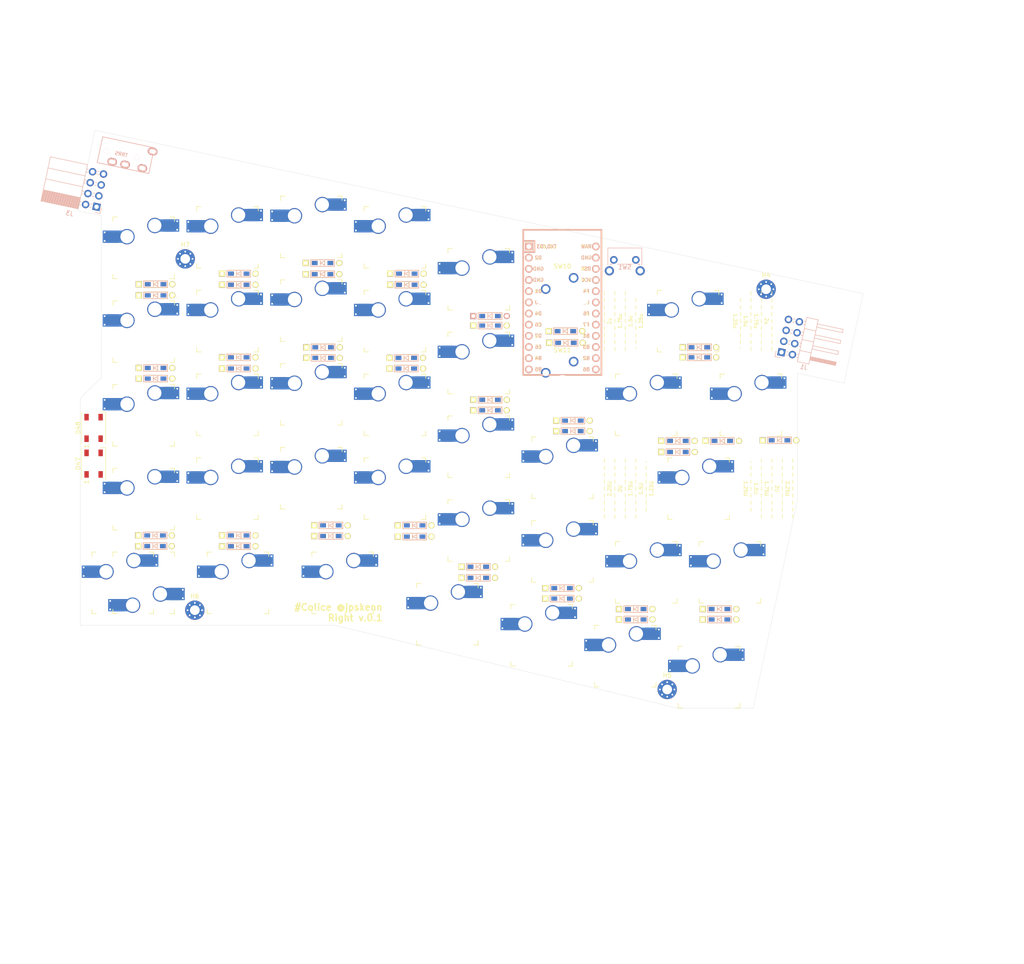
<source format=kicad_pcb>
(kicad_pcb (version 20171130) (host pcbnew "(5.1.5-0-10_14)")
  (layers (0 F.Cu signal) (31 B.Cu signal) (34 B.Paste user) (35 F.Paste user) (36 B.SilkS user) (37 F.SilkS user) (38 B.Mask user) (39 F.Mask user) (44 Edge.Cuts user))
  (net 0 "")
  (net 1 pin6)
  (net 2 pin1)
  (net 3 pin2)
  (net 4 pin3)
  (net 5 pin4)
  (net 6 pin5)
  (net 7 pin7)
  (net 8 "Net-(D8-Pad2)")
  (net 9 "Net-(D9-Pad2)")
  (net 10 "Net-(D12-Pad2)")
  (net 11 pin8)
  (net 12 "Net-(D14-Pad2)")
  (net 13 "Net-(D18-Pad2)")
  (net 14 pin9)
  (net 15 "Net-(D20-Pad2)")
  (net 16 "Net-(D21-Pad2)")
  (net 17 "Net-(D24-Pad2)")
  (net 18 pin10)
  (net 19 "Net-(D26-Pad2)")
  (net 20 "Net-(D27-Pad2)")
  (net 21 "Net-(D30-Pad2)")
  (net 22 "Net-(D32-Pad2)")
  (net 23 "Net-(D36-Pad2)")
  (net 24 "Net-(D38-Pad2)")
  (net 25 "Net-(D45-Pad2)")
  (net 26 "Net-(D47-Pad2)")
  (net 27 data)
  (net 28 led)
  (net 29 GND1)
  (net 30 VCC)
  (net 31 reset)
  (net 32 "Net-(U1-Pad24)")
  (net 33 "Net-(D1-Pad1)")
  (net 34 "Net-(D2-Pad2)")
  (net 35 "Net-(D6-Pad2)")
  (net 36 "Net-(D7-Pad2)")
  (net 37 "Net-(D13-Pad2)")
  (net 38 "Net-(D19-Pad2)")
  (net 39 "Net-(D25-Pad2)")
  (net 40 "Net-(D31-Pad2)")
  (net 41 "Net-(D37-Pad2)")
  (net 42 "Net-(D3-Pad2)")
  (net 43 "Net-(U1-Pad5)")
  (net 44 "Net-(U1-Pad6)")
  (net 45 "Net-(U1-Pad7)")
  (net 46 "Net-(U1-Pad18)")
  (net 47 "Net-(U1-Pad19)")
  (net 48 "Net-(U1-Pad20)")
  (net 49 "Net-(D48-Pad2)")
  (net 50 "Net-(D40-Pad1)")
  (net 51 "Net-(J1-Pad1)")
  (net 52 "Net-(J1-Pad2)")
  (net 53 "Net-(J1-Pad3)")
  (net 54 "Net-(J1-Pad4)")
  (net 55 "Net-(J1-Pad5)")
  (net 56 "Net-(D4-Pad2)")
  (net 57 "Net-(D5-Pad1)")
  (net 58 "Net-(D10-Pad2)")
  (net 59 "Net-(D11-Pad1)")
  (net 60 "Net-(D15-Pad2)")
  (net 61 "Net-(D16-Pad2)")
  (net 62 "Net-(D17-Pad1)")
  (net 63 "Net-(D22-Pad2)")
  (net 64 "Net-(D23-Pad1)")
  (net 65 "Net-(D28-Pad2)")
  (net 66 "Net-(D29-Pad1)")
  (net 67 "Net-(D33-Pad2)")
  (net 68 "Net-(D34-Pad2)")
  (net 69 "Net-(D35-Pad1)")
  (net 70 "Net-(D39-Pad2)")
  (net 71 "Net-(D41-Pad2)")
  (net 72 "Net-(D42-Pad2)")
  (net 73 "Net-(D43-Pad2)")
  (net 74 "Net-(D44-Pad2)")
  (net 75 "Net-(D46-Pad1)")
  (net 76 "Net-(J2-PadA)")
  (net 77 "Net-(J3-Pad8)")
  (net 78 "Net-(J3-Pad7)")
  (net 79 "Net-(J3-Pad6)")
  (module SMK_foostan:CherryMX_Hotswap_v2 (layer F.Cu) (at 240.50625 142.8756)
    (fp_text reference SW4)
    (fp_text value SW_Push)
    (pad 2 thru_hole circle (at 2.54 -5.08) (size 3.5 3.5) (drill 3) (layers *.Cu) (net 56 "Net-(D4-Pad2)"))
    (pad "" np_thru_hole circle (at 0 0) (size 3.9878 3.9878) (drill 3.9878) (layers *.Cu *.Mask))
    (pad 1 thru_hole circle (at -3.81 -2.54) (size 3.5 3.5) (drill 3) (layers *.Cu) (net 33 "Net-(D1-Pad1)"))
    (pad "" np_thru_hole circle (at -5.08 0 48.0996) (size 1.75 1.75) (drill 1.75) (layers *.Cu *.Mask))
    (pad "" np_thru_hole circle (at 5.08 0 48.0996) (size 1.75 1.75) (drill 1.75) (layers *.Cu *.Mask))
    (pad 1 smd rect (at -7.085 -2.54) (size 2.55 2.8) (layers B.Cu B.Paste B.Mask) (net 33 "Net-(D1-Pad1)"))
    (pad 2 smd rect (at 5.815 -5.08) (size 2.55 2.8) (layers B.Cu B.Paste B.Mask) (net 56 "Net-(D4-Pad2)"))
    (pad 1 thru_hole circle (at -8.89 -3.502) (size 0.8 0.8) (drill 0.4) (layers *.Cu) (net 33 "Net-(D1-Pad1)"))
    (pad 2 thru_hole circle (at 7.62 -6.042) (size 0.8 0.8) (drill 0.4) (layers *.Cu) (net 56 "Net-(D4-Pad2)"))
    (pad 1 thru_hole circle (at -8.89 -1.578) (size 0.8 0.8) (drill 0.4) (layers *.Cu) (net 33 "Net-(D1-Pad1)"))
    (pad 2 thru_hole circle (at 7.62 -4.118) (size 0.8 0.8) (drill 0.4) (layers *.Cu) (net 56 "Net-(D4-Pad2)"))
    (pad 1 smd rect (at -7.085 -2.54) (size 4.5 2.8) (layers B.Cu) (net 33 "Net-(D1-Pad1)"))
    (pad 2 smd rect (at 5.842 -5.08) (size 4.5 2.8) (layers B.Cu) (net 56 "Net-(D4-Pad2)"))
  )
  (module SMK_SU120:CherryMX_MidHeight_Choc_Hotswap_2U_Outline (layer F.Cu) (at 235.74375 61.91276)
    (fp_text reference H1 hide)
    (fp_text value MountingHole hide)
    (fp_text user 1.25u (at 10.715625 0 -90 unlocked) (layer F.SilkS) (effects (font (size 0.8 0.8))))
    (fp_text user 1.75u (at 15.478125 0 -90 unlocked) (layer F.SilkS) (effects (font (size 0.8 0.8))))
    (fp_text user 1.5u (at 13.096875 0 -90 unlocked) (layer F.SilkS) (effects (font (size 0.8 0.8))))
    (fp_text user 2u (at 17.859375 0 -90 unlocked) (layer F.SilkS) (effects (font (size 0.8 0.8))))
    (fp_text user 1.25u (at -10.715625 0 90 unlocked) (layer F.SilkS) (effects (font (size 0.8 0.8))))
    (fp_text user 1.5u (at -13.096875 0 90 unlocked) (layer F.SilkS) (effects (font (size 0.8 0.8))))
    (fp_text user 1.75u (at -15.478125 0 90 unlocked) (layer F.SilkS) (effects (font (size 0.8 0.8))))
    (fp_text user 2u (at -17.859375 0 90 unlocked) (layer F.SilkS) (effects (font (size 0.8 0.8))))
    (pad "" np_thru_hole circle (at -11.938 -6.985) (size 3.048 3.048) (drill 3.048) (layers *.Cu *.Mask))
    (pad "" np_thru_hole circle (at 11.938 -6.985) (size 3.048 3.048) (drill 3.048) (layers *.Cu *.Mask))
    (pad "" np_thru_hole circle (at -11.938 8.255) (size 3.9878 3.9878) (drill 3.9878) (layers *.Cu *.Mask))
    (pad "" np_thru_hole circle (at 11.938 8.255) (size 3.9878 3.9878) (drill 3.9878) (layers *.Cu *.Mask))
  )
  (module SMK_SU120:D3_TH_SMD (layer F.Cu) (at 173.5455 110.91863)
    (fp_text reference D46 hide)
    (fp_text value D hide)
    (pad 2 smd rect (at 1.775 0) (size 1.3 0.95) (layers F.Cu F.Paste F.Mask) (net 6 pin5))
    (pad 2 thru_hole circle (at 3.81 0) (size 1.397 1.397) (drill 0.8128) (layers *.Cu *.Mask F.SilkS) (net 6 pin5))
    (pad 1 thru_hole rect (at -3.81 0) (size 1.397 1.397) (drill 0.8128) (layers *.Cu *.Mask F.SilkS) (net 75 "Net-(D46-Pad1)"))
    (pad 1 smd rect (at -1.775 0) (size 1.3 0.95) (layers B.Cu B.Paste B.Mask) (net 75 "Net-(D46-Pad1)"))
    (pad 2 smd rect (at 1.775 0) (size 1.3 0.95) (layers B.Cu B.Paste B.Mask) (net 6 pin5))
    (pad 1 smd rect (at -1.775 0) (size 1.3 0.95) (layers F.Cu F.Paste F.Mask) (net 75 "Net-(D46-Pad1)"))
  )
  (module SMK_SU120:MJ-4PP-9 (layer B.Cu) (at 101.96322 22.9235 258)
    (fp_text reference J2)
    (fp_text value MJ-4PP-9 hide)
    (fp_text user TRRS (at 0 -4.96095 168) (layer B.SilkS) (effects (font (size 0.8 0.8)) (justify mirror)))
    (pad A thru_hole oval (at -2.1 -11.8 258) (size 1.7 2.2) (drill oval 1 1.5) (layers *.Cu *.Mask B.SilkS) (net 76 "Net-(J2-PadA)") (clearance 0.15))
    (pad D thru_hole oval (at 2.1 -10.3 258) (size 1.7 2.2) (drill oval 1 1.5) (layers *.Cu *.Mask B.SilkS) (net 30 VCC) (clearance 0.15))
    (pad C thru_hole oval (at 2.1 -6.3 258) (size 1.7 2.2) (drill oval 1 1.5) (layers *.Cu *.Mask B.SilkS) (net 29 GND1) (clearance 0.15))
    (pad B thru_hole oval (at 2.1 -3.3 258) (size 1.7 2.2) (drill oval 1 1.5) (layers *.Cu *.Mask B.SilkS) (net 27 data) (clearance 0.15))
    (pad "" np_thru_hole circle (at 0 -8.5 258) (size 1.2 1.2) (drill 1.2) (layers *.Cu *.Mask B.SilkS))
    (pad "" np_thru_hole circle (at 0 -1.5 258) (size 1.2 1.2) (drill 1.2) (layers *.Cu *.Mask B.SilkS))
  )
  (module SMK_foostan:CherryMX_Hotswap_v2 (layer F.Cu) (at 235.74375 61.91276)
    (fp_text reference SW5)
    (fp_text value SW_Push)
    (pad 2 smd rect (at 5.842 -5.08) (size 4.5 2.8) (layers B.Cu) (net 35 "Net-(D6-Pad2)"))
    (pad 1 smd rect (at -7.085 -2.54) (size 4.5 2.8) (layers B.Cu) (net 57 "Net-(D5-Pad1)"))
    (pad 2 thru_hole circle (at 7.62 -4.118) (size 0.8 0.8) (drill 0.4) (layers *.Cu) (net 35 "Net-(D6-Pad2)"))
    (pad 1 thru_hole circle (at -8.89 -1.578) (size 0.8 0.8) (drill 0.4) (layers *.Cu) (net 57 "Net-(D5-Pad1)"))
    (pad 2 thru_hole circle (at 7.62 -6.042) (size 0.8 0.8) (drill 0.4) (layers *.Cu) (net 35 "Net-(D6-Pad2)"))
    (pad 1 thru_hole circle (at -8.89 -3.502) (size 0.8 0.8) (drill 0.4) (layers *.Cu) (net 57 "Net-(D5-Pad1)"))
    (pad 2 smd rect (at 5.815 -5.08) (size 2.55 2.8) (layers B.Cu B.Paste B.Mask) (net 35 "Net-(D6-Pad2)"))
    (pad 1 smd rect (at -7.085 -2.54) (size 2.55 2.8) (layers B.Cu B.Paste B.Mask) (net 57 "Net-(D5-Pad1)"))
    (pad "" np_thru_hole circle (at 5.08 0 48.0996) (size 1.75 1.75) (drill 1.75) (layers *.Cu *.Mask))
    (pad "" np_thru_hole circle (at -5.08 0 48.0996) (size 1.75 1.75) (drill 1.75) (layers *.Cu *.Mask))
    (pad 1 thru_hole circle (at -3.81 -2.54) (size 3.5 3.5) (drill 3) (layers *.Cu) (net 57 "Net-(D5-Pad1)"))
    (pad "" np_thru_hole circle (at 0 0) (size 3.9878 3.9878) (drill 3.9878) (layers *.Cu *.Mask))
    (pad 2 thru_hole circle (at 2.54 -5.08) (size 3.5 3.5) (drill 3) (layers *.Cu) (net 35 "Net-(D6-Pad2)"))
  )
  (module SMK_SU120:D3_TH_SMD (layer F.Cu) (at 223.8375 129.77867)
    (fp_text reference D10 hide)
    (fp_text value D hide)
    (pad 2 smd rect (at 1.775 0) (size 1.3 0.95) (layers F.Cu F.Paste F.Mask) (net 58 "Net-(D10-Pad2)"))
    (pad 2 thru_hole circle (at 3.81 0) (size 1.397 1.397) (drill 0.8128) (layers *.Cu *.Mask F.SilkS) (net 58 "Net-(D10-Pad2)"))
    (pad 1 thru_hole rect (at -3.81 0) (size 1.397 1.397) (drill 0.8128) (layers *.Cu *.Mask F.SilkS) (net 6 pin5))
    (pad 1 smd rect (at -1.775 0) (size 1.3 0.95) (layers B.Cu B.Paste B.Mask) (net 6 pin5))
    (pad 2 smd rect (at 1.775 0) (size 1.3 0.95) (layers B.Cu B.Paste B.Mask) (net 58 "Net-(D10-Pad2)"))
    (pad 1 smd rect (at -1.775 0) (size 1.3 0.95) (layers F.Cu F.Paste F.Mask) (net 6 pin5))
  )
  (module SMK_foostan:CherryMX_Hotswap_v2 (layer F.Cu) (at 221.45625 138.11308)
    (fp_text reference SW9)
    (fp_text value SW_Push)
    (pad 2 thru_hole circle (at 2.54 -5.08) (size 3.5 3.5) (drill 3) (layers *.Cu) (net 58 "Net-(D10-Pad2)"))
    (pad "" np_thru_hole circle (at 0 0) (size 3.9878 3.9878) (drill 3.9878) (layers *.Cu *.Mask))
    (pad 1 thru_hole circle (at -3.81 -2.54) (size 3.5 3.5) (drill 3) (layers *.Cu) (net 57 "Net-(D5-Pad1)"))
    (pad "" np_thru_hole circle (at -5.08 0 48.0996) (size 1.75 1.75) (drill 1.75) (layers *.Cu *.Mask))
    (pad "" np_thru_hole circle (at 5.08 0 48.0996) (size 1.75 1.75) (drill 1.75) (layers *.Cu *.Mask))
    (pad 1 smd rect (at -7.084999 -2.54) (size 2.55 2.8) (layers B.Cu B.Paste B.Mask) (net 57 "Net-(D5-Pad1)"))
    (pad 2 smd rect (at 5.815 -5.08) (size 2.55 2.8) (layers B.Cu B.Paste B.Mask) (net 58 "Net-(D10-Pad2)"))
    (pad 1 thru_hole circle (at -8.89 -3.502) (size 0.8 0.8) (drill 0.4) (layers *.Cu) (net 57 "Net-(D5-Pad1)"))
    (pad 2 thru_hole circle (at 7.62 -6.042) (size 0.8 0.8) (drill 0.4) (layers *.Cu) (net 58 "Net-(D10-Pad2)"))
    (pad 1 thru_hole circle (at -8.89 -1.578) (size 0.8 0.8) (drill 0.4) (layers *.Cu) (net 57 "Net-(D5-Pad1)"))
    (pad 2 thru_hole circle (at 7.62 -4.118) (size 0.8 0.8) (drill 0.4) (layers *.Cu) (net 58 "Net-(D10-Pad2)"))
    (pad 1 smd rect (at -7.085 -2.54) (size 4.5 2.8) (layers B.Cu) (net 57 "Net-(D5-Pad1)"))
    (pad 2 smd rect (at 5.842 -5.08) (size 4.5 2.8) (layers B.Cu) (net 58 "Net-(D10-Pad2)"))
  )
  (module SMK_foostan:CherryMX_Hotswap_v2 (layer F.Cu) (at 250.03125 80.96284)
    (fp_text reference SW2)
    (fp_text value SW_Push)
    (pad 2 smd rect (at 5.842 -5.08) (size 4.5 2.8) (layers B.Cu) (net 34 "Net-(D2-Pad2)"))
    (pad 1 smd rect (at -7.085 -2.54) (size 4.5 2.8) (layers B.Cu) (net 33 "Net-(D1-Pad1)"))
    (pad 2 thru_hole circle (at 7.62 -4.118) (size 0.8 0.8) (drill 0.4) (layers *.Cu) (net 34 "Net-(D2-Pad2)"))
    (pad 1 thru_hole circle (at -8.89 -1.578) (size 0.8 0.8) (drill 0.4) (layers *.Cu) (net 33 "Net-(D1-Pad1)"))
    (pad 2 thru_hole circle (at 7.62 -6.042) (size 0.8 0.8) (drill 0.4) (layers *.Cu) (net 34 "Net-(D2-Pad2)"))
    (pad 1 thru_hole circle (at -8.89 -3.502) (size 0.8 0.8) (drill 0.4) (layers *.Cu) (net 33 "Net-(D1-Pad1)"))
    (pad 2 smd rect (at 5.815 -5.08) (size 2.55 2.8) (layers B.Cu B.Paste B.Mask) (net 34 "Net-(D2-Pad2)"))
    (pad 1 smd rect (at -7.085 -2.54) (size 2.55 2.8) (layers B.Cu B.Paste B.Mask) (net 33 "Net-(D1-Pad1)"))
    (pad "" np_thru_hole circle (at 5.08 0 48.0996) (size 1.75 1.75) (drill 1.75) (layers *.Cu *.Mask))
    (pad "" np_thru_hole circle (at -5.08 0 48.0996) (size 1.75 1.75) (drill 1.75) (layers *.Cu *.Mask))
    (pad 1 thru_hole circle (at -3.81 -2.54) (size 3.5 3.5) (drill 3) (layers *.Cu) (net 33 "Net-(D1-Pad1)"))
    (pad "" np_thru_hole circle (at 0 0) (size 3.9878 3.9878) (drill 3.9878) (layers *.Cu *.Mask))
    (pad 2 thru_hole circle (at 2.54 -5.08) (size 3.5 3.5) (drill 3) (layers *.Cu) (net 34 "Net-(D2-Pad2)"))
  )
  (module SMK_foostan:CherryMX_Hotswap_v2 (layer F.Cu) (at 226.21875 80.96284)
    (fp_text reference SW6)
    (fp_text value SW_Push)
    (pad 2 thru_hole circle (at 2.54 -5.08) (size 3.5 3.5) (drill 3) (layers *.Cu) (net 36 "Net-(D7-Pad2)"))
    (pad "" np_thru_hole circle (at 0 0) (size 3.9878 3.9878) (drill 3.9878) (layers *.Cu *.Mask))
    (pad 1 thru_hole circle (at -3.81 -2.54) (size 3.5 3.5) (drill 3) (layers *.Cu) (net 57 "Net-(D5-Pad1)"))
    (pad "" np_thru_hole circle (at -5.08 0 48.0996) (size 1.75 1.75) (drill 1.75) (layers *.Cu *.Mask))
    (pad "" np_thru_hole circle (at 5.08 0 48.0996) (size 1.75 1.75) (drill 1.75) (layers *.Cu *.Mask))
    (pad 1 smd rect (at -7.085 -2.54) (size 2.55 2.8) (layers B.Cu B.Paste B.Mask) (net 57 "Net-(D5-Pad1)"))
    (pad 2 smd rect (at 5.815 -5.08) (size 2.55 2.8) (layers B.Cu B.Paste B.Mask) (net 36 "Net-(D7-Pad2)"))
    (pad 1 thru_hole circle (at -8.89 -3.502) (size 0.8 0.8) (drill 0.4) (layers *.Cu) (net 57 "Net-(D5-Pad1)"))
    (pad 2 thru_hole circle (at 7.62 -6.042) (size 0.8 0.8) (drill 0.4) (layers *.Cu) (net 36 "Net-(D7-Pad2)"))
    (pad 1 thru_hole circle (at -8.89 -1.578) (size 0.8 0.8) (drill 0.4) (layers *.Cu) (net 57 "Net-(D5-Pad1)"))
    (pad 2 thru_hole circle (at 7.62 -4.118) (size 0.8 0.8) (drill 0.4) (layers *.Cu) (net 36 "Net-(D7-Pad2)"))
    (pad 1 smd rect (at -7.085 -2.54) (size 4.5 2.8) (layers B.Cu) (net 57 "Net-(D5-Pad1)"))
    (pad 2 smd rect (at 5.842 -5.08) (size 4.5 2.8) (layers B.Cu) (net 36 "Net-(D7-Pad2)"))
  )
  (module SMK_SU120:D3_TH_SMD (layer F.Cu) (at 233.426 89.154)
    (fp_text reference D7 hide)
    (fp_text value D hide)
    (pad 1 smd rect (at -1.775 0) (size 1.3 0.95) (layers F.Cu F.Paste F.Mask) (net 3 pin2))
    (pad 2 smd rect (at 1.775 0) (size 1.3 0.95) (layers B.Cu B.Paste B.Mask) (net 36 "Net-(D7-Pad2)"))
    (pad 1 smd rect (at -1.775 0) (size 1.3 0.95) (layers B.Cu B.Paste B.Mask) (net 3 pin2))
    (pad 1 thru_hole rect (at -3.81 0) (size 1.397 1.397) (drill 0.8128) (layers *.Cu *.Mask F.SilkS) (net 3 pin2))
    (pad 2 thru_hole circle (at 3.81 0) (size 1.397 1.397) (drill 0.8128) (layers *.Cu *.Mask F.SilkS) (net 36 "Net-(D7-Pad2)"))
    (pad 2 smd rect (at 1.775 0) (size 1.3 0.95) (layers F.Cu F.Paste F.Mask) (net 36 "Net-(D7-Pad2)"))
  )
  (module SMK_SU120:D3_TH_SMD (layer F.Cu) (at 114.6175 53.51463)
    (fp_text reference D40 hide)
    (fp_text value D hide)
    (pad 1 smd rect (at -1.775 0) (size 1.3 0.95) (layers F.Cu F.Paste F.Mask) (net 50 "Net-(D40-Pad1)"))
    (pad 2 smd rect (at 1.775 0) (size 1.3 0.95) (layers B.Cu B.Paste B.Mask) (net 5 pin4))
    (pad 1 smd rect (at -1.775 0) (size 1.3 0.95) (layers B.Cu B.Paste B.Mask) (net 50 "Net-(D40-Pad1)"))
    (pad 1 thru_hole rect (at -3.81 0) (size 1.397 1.397) (drill 0.8128) (layers *.Cu *.Mask F.SilkS) (net 50 "Net-(D40-Pad1)"))
    (pad 2 thru_hole circle (at 3.81 0) (size 1.397 1.397) (drill 0.8128) (layers *.Cu *.Mask F.SilkS) (net 5 pin4))
    (pad 2 smd rect (at 1.775 0) (size 1.3 0.95) (layers F.Cu F.Paste F.Mask) (net 5 pin4))
  )
  (module SMK_keebio:ArduinoProMicro (layer F.Cu) (at 207.137 58.91213 270)
    (fp_text reference U1 hide)
    (fp_text value ProMicro hide)
    (fp_text user D2 (at -11.43 5.461) (layer B.SilkS) (effects (font (size 0.8 0.8)) (justify mirror)))
    (fp_text user D0 (at -1.27 5.461) (layer B.SilkS) (effects (font (size 0.8 0.8)) (justify mirror)))
    (fp_text user D1 (at -3.81 5.461) (layer B.SilkS) (effects (font (size 0.8 0.8)) (justify mirror)))
    (fp_text user GND (at -6.35 5.461) (layer B.SilkS) (effects (font (size 0.8 0.8)) (justify mirror)))
    (fp_text user GND (at -8.89 5.461) (layer B.SilkS) (effects (font (size 0.8 0.8)) (justify mirror)))
    (fp_text user D4 (at 1.27 5.461) (layer B.SilkS) (effects (font (size 0.8 0.8)) (justify mirror)))
    (fp_text user C6 (at 3.81 5.461) (layer B.SilkS) (effects (font (size 0.8 0.8)) (justify mirror)))
    (fp_text user D7 (at 6.35 5.461) (layer B.SilkS) (effects (font (size 0.8 0.8)) (justify mirror)))
    (fp_text user E6 (at 8.89 5.461) (layer B.SilkS) (effects (font (size 0.8 0.8)) (justify mirror)))
    (fp_text user B4 (at 11.43 5.461) (layer B.SilkS) (effects (font (size 0.8 0.8)) (justify mirror)))
    (fp_text user B5 (at 13.97 5.461) (layer B.SilkS) (effects (font (size 0.8 0.8)) (justify mirror)))
    (fp_text user B6 (at 13.97 -5.461) (layer B.SilkS) (effects (font (size 0.8 0.8)) (justify mirror)))
    (fp_text user B2 (at 11.43 -5.461) (layer F.SilkS) (effects (font (size 0.8 0.8))))
    (fp_text user B3 (at 8.89 -5.461) (layer B.SilkS) (effects (font (size 0.8 0.8)) (justify mirror)))
    (fp_text user B1 (at 6.35 -5.461) (layer B.SilkS) (effects (font (size 0.8 0.8)) (justify mirror)))
    (fp_text user F7 (at 3.81 -5.461) (layer F.SilkS) (effects (font (size 0.8 0.8))))
    (fp_text user F6 (at 1.27 -5.461) (layer F.SilkS) (effects (font (size 0.8 0.8))))
    (fp_text user F5 (at -1.27 -5.461) (layer F.SilkS) (effects (font (size 0.8 0.8))))
    (fp_text user F4 (at -3.81 -5.461) (layer B.SilkS) (effects (font (size 0.8 0.8)) (justify mirror)))
    (fp_text user VCC (at -6.35 -5.461) (layer B.SilkS) (effects (font (size 0.8 0.8)) (justify mirror)))
    (fp_text user GND (at -11.43 -5.461) (layer B.SilkS) (effects (font (size 0.8 0.8)) (justify mirror)))
    (fp_text user RAW (at -13.97 -5.461) (layer B.SilkS) (effects (font (size 0.8 0.8)) (justify mirror)))
    (fp_text user RAW (at -13.97 -5.461) (layer F.SilkS) (effects (font (size 0.8 0.8))))
    (fp_text user GND (at -11.43 -5.461) (layer F.SilkS) (effects (font (size 0.8 0.8))))
    (fp_text user ST (at -8.92 -5.73312) (layer F.SilkS) (effects (font (size 0.8 0.8))))
    (fp_text user VCC (at -6.35 -5.461) (layer F.SilkS) (effects (font (size 0.8 0.8))))
    (fp_text user F4 (at -3.81 -5.461) (layer F.SilkS) (effects (font (size 0.8 0.8))))
    (fp_text user F5 (at -1.27 -5.461) (layer B.SilkS) (effects (font (size 0.8 0.8)) (justify mirror)))
    (fp_text user F6 (at 1.27 -5.461) (layer B.SilkS) (effects (font (size 0.8 0.8)) (justify mirror)))
    (fp_text user F7 (at 3.81 -5.461) (layer B.SilkS) (effects (font (size 0.8 0.8)) (justify mirror)))
    (fp_text user B1 (at 6.35 -5.461) (layer F.SilkS) (effects (font (size 0.8 0.8))))
    (fp_text user B3 (at 8.89 -5.461) (layer F.SilkS) (effects (font (size 0.8 0.8))))
    (fp_text user B2 (at 11.43 -5.461) (layer B.SilkS) (effects (font (size 0.8 0.8)) (justify mirror)))
    (fp_text user B6 (at 13.97 -5.461) (layer F.SilkS) (effects (font (size 0.8 0.8))))
    (fp_text user B5 (at 13.97 5.461) (layer F.SilkS) (effects (font (size 0.8 0.8))))
    (fp_text user B4 (at 11.43 5.461) (layer F.SilkS) (effects (font (size 0.8 0.8))))
    (fp_text user E6 (at 8.89 5.461) (layer F.SilkS) (effects (font (size 0.8 0.8))))
    (fp_text user D7 (at 6.35 5.461) (layer F.SilkS) (effects (font (size 0.8 0.8))))
    (fp_text user C6 (at 3.81 5.461) (layer F.SilkS) (effects (font (size 0.8 0.8))))
    (fp_text user D4 (at 1.27 5.461) (layer F.SilkS) (effects (font (size 0.8 0.8))))
    (fp_text user GND (at -8.89 5.461) (layer F.SilkS) (effects (font (size 0.8 0.8))))
    (fp_text user GND (at -6.35 5.461) (layer F.SilkS) (effects (font (size 0.8 0.8))))
    (fp_text user D1 (at -3.81 5.461) (layer F.SilkS) (effects (font (size 0.8 0.8))))
    (fp_text user D0 (at -1.27 5.461) (layer F.SilkS) (effects (font (size 0.8 0.8))))
    (fp_text user D2 (at -11.43 5.461) (layer F.SilkS) (effects (font (size 0.8 0.8))))
    (fp_text user TX0/D3 (at -13.97 3.571872) (layer B.SilkS) (effects (font (size 0.8 0.8)) (justify mirror)))
    (fp_text user TX0/D3 (at -13.97 3.571872) (layer F.SilkS) (effects (font (size 0.8 0.8))))
    (fp_text user ST (at -8.91 -5.04) (layer B.SilkS) (effects (font (size 0.8 0.8)) (justify mirror)))
    (pad 1 thru_hole rect (at -13.97 7.62 270) (size 1.7526 1.7526) (drill 1.0922) (layers *.Cu *.SilkS *.Mask) (net 28 led))
    (pad 2 thru_hole circle (at -11.43 7.62 270) (size 1.7526 1.7526) (drill 1.0922) (layers *.Cu *.SilkS *.Mask) (net 27 data))
    (pad 3 thru_hole circle (at -8.89 7.62 270) (size 1.7526 1.7526) (drill 1.0922) (layers *.Cu *.SilkS *.Mask) (net 29 GND1))
    (pad 4 thru_hole circle (at -6.35 7.62 270) (size 1.7526 1.7526) (drill 1.0922) (layers *.Cu *.SilkS *.Mask) (net 29 GND1))
    (pad 5 thru_hole circle (at -3.81 7.62 270) (size 1.7526 1.7526) (drill 1.0922) (layers *.Cu *.SilkS *.Mask) (net 43 "Net-(U1-Pad5)"))
    (pad 6 thru_hole circle (at -1.27 7.62 270) (size 1.7526 1.7526) (drill 1.0922) (layers *.Cu *.SilkS *.Mask) (net 44 "Net-(U1-Pad6)"))
    (pad 7 thru_hole circle (at 1.27 7.62 270) (size 1.7526 1.7526) (drill 1.0922) (layers *.Cu *.SilkS *.Mask) (net 45 "Net-(U1-Pad7)"))
    (pad 8 thru_hole circle (at 3.81 7.62 270) (size 1.7526 1.7526) (drill 1.0922) (layers *.Cu *.SilkS *.Mask) (net 1 pin6))
    (pad 9 thru_hole circle (at 6.35 7.62 270) (size 1.7526 1.7526) (drill 1.0922) (layers *.Cu *.SilkS *.Mask) (net 7 pin7))
    (pad 10 thru_hole circle (at 8.89 7.62 270) (size 1.7526 1.7526) (drill 1.0922) (layers *.Cu *.SilkS *.Mask) (net 11 pin8))
    (pad 11 thru_hole circle (at 11.43 7.62 270) (size 1.7526 1.7526) (drill 1.0922) (layers *.Cu *.SilkS *.Mask) (net 14 pin9))
    (pad 13 thru_hole circle (at 13.97 -7.62 270) (size 1.7526 1.7526) (drill 1.0922) (layers *.Cu *.SilkS *.Mask) (net 6 pin5))
    (pad 14 thru_hole circle (at 11.43 -7.62 270) (size 1.7526 1.7526) (drill 1.0922) (layers *.Cu *.SilkS *.Mask) (net 5 pin4))
    (pad 15 thru_hole circle (at 8.89 -7.62 270) (size 1.7526 1.7526) (drill 1.0922) (layers *.Cu *.SilkS *.Mask) (net 4 pin3))
    (pad 16 thru_hole circle (at 6.35 -7.62 270) (size 1.7526 1.7526) (drill 1.0922) (layers *.Cu *.SilkS *.Mask) (net 3 pin2))
    (pad 17 thru_hole circle (at 3.81 -7.62 270) (size 1.7526 1.7526) (drill 1.0922) (layers *.Cu *.SilkS *.Mask) (net 2 pin1))
    (pad 18 thru_hole circle (at 1.27 -7.62 270) (size 1.7526 1.7526) (drill 1.0922) (layers *.Cu *.SilkS *.Mask) (net 46 "Net-(U1-Pad18)"))
    (pad 19 thru_hole circle (at -1.27 -7.62 270) (size 1.7526 1.7526) (drill 1.0922) (layers *.Cu *.SilkS *.Mask) (net 47 "Net-(U1-Pad19)"))
    (pad 20 thru_hole circle (at -3.81 -7.62 270) (size 1.7526 1.7526) (drill 1.0922) (layers *.Cu *.SilkS *.Mask) (net 48 "Net-(U1-Pad20)"))
    (pad 21 thru_hole circle (at -6.35 -7.62 270) (size 1.7526 1.7526) (drill 1.0922) (layers *.Cu *.SilkS *.Mask) (net 30 VCC))
    (pad 22 thru_hole circle (at -8.89 -7.62 270) (size 1.7526 1.7526) (drill 1.0922) (layers *.Cu *.SilkS *.Mask) (net 31 reset))
    (pad 23 thru_hole circle (at -11.43 -7.62 270) (size 1.7526 1.7526) (drill 1.0922) (layers *.Cu *.SilkS *.Mask) (net 29 GND1))
    (pad 12 thru_hole circle (at 13.97 7.62 270) (size 1.7526 1.7526) (drill 1.0922) (layers *.Cu *.SilkS *.Mask) (net 18 pin10))
    (pad 24 thru_hole circle (at -13.97 -7.62 270) (size 1.7526 1.7526) (drill 1.0922) (layers *.Cu *.SilkS *.Mask) (net 32 "Net-(U1-Pad24)"))
  )
  (module SMK_SU120:D3_TH_SMD (layer F.Cu) (at 209.55 84.53473)
    (fp_text reference D13 hide)
    (fp_text value D hide)
    (pad 2 smd rect (at 1.775 0) (size 1.3 0.95) (layers F.Cu F.Paste F.Mask) (net 37 "Net-(D13-Pad2)"))
    (pad 2 thru_hole circle (at 3.81 0) (size 1.397 1.397) (drill 0.8128) (layers *.Cu *.Mask F.SilkS) (net 37 "Net-(D13-Pad2)"))
    (pad 1 thru_hole rect (at -3.81 0) (size 1.397 1.397) (drill 0.8128) (layers *.Cu *.Mask F.SilkS) (net 3 pin2))
    (pad 1 smd rect (at -1.775 0) (size 1.3 0.95) (layers B.Cu B.Paste B.Mask) (net 3 pin2))
    (pad 2 smd rect (at 1.775 0) (size 1.3 0.95) (layers B.Cu B.Paste B.Mask) (net 37 "Net-(D13-Pad2)"))
    (pad 1 smd rect (at -1.775 0) (size 1.3 0.95) (layers F.Cu F.Paste F.Mask) (net 3 pin2))
  )
  (module SMK_foostan:CherryMX_Hotswap_v2 (layer F.Cu) (at 202.40625 133.35056)
    (fp_text reference SW14)
    (fp_text value SW_Push)
    (pad 2 thru_hole circle (at 2.54 -5.08) (size 3.5 3.5) (drill 3) (layers *.Cu) (net 61 "Net-(D16-Pad2)"))
    (pad "" np_thru_hole circle (at 0 0) (size 3.9878 3.9878) (drill 3.9878) (layers *.Cu *.Mask))
    (pad 1 thru_hole circle (at -3.81 -2.54) (size 3.5 3.5) (drill 3) (layers *.Cu) (net 59 "Net-(D11-Pad1)"))
    (pad "" np_thru_hole circle (at -5.08 0 48.0996) (size 1.75 1.75) (drill 1.75) (layers *.Cu *.Mask))
    (pad "" np_thru_hole circle (at 5.08 0 48.0996) (size 1.75 1.75) (drill 1.75) (layers *.Cu *.Mask))
    (pad 1 smd rect (at -7.084999 -2.54) (size 2.55 2.8) (layers B.Cu B.Paste B.Mask) (net 59 "Net-(D11-Pad1)"))
    (pad 2 smd rect (at 5.815 -5.08) (size 2.55 2.8) (layers B.Cu B.Paste B.Mask) (net 61 "Net-(D16-Pad2)"))
    (pad 1 thru_hole circle (at -8.89 -3.502) (size 0.8 0.8) (drill 0.4) (layers *.Cu) (net 59 "Net-(D11-Pad1)"))
    (pad 2 thru_hole circle (at 7.62 -6.042) (size 0.8 0.8) (drill 0.4) (layers *.Cu) (net 61 "Net-(D16-Pad2)"))
    (pad 1 thru_hole circle (at -8.89 -1.578) (size 0.8 0.8) (drill 0.4) (layers *.Cu) (net 59 "Net-(D11-Pad1)"))
    (pad 2 thru_hole circle (at 7.62 -4.118) (size 0.8 0.8) (drill 0.4) (layers *.Cu) (net 61 "Net-(D16-Pad2)"))
    (pad 1 smd rect (at -7.085 -2.54) (size 4.5 2.8) (layers B.Cu) (net 59 "Net-(D11-Pad1)"))
    (pad 2 smd rect (at 5.842 -5.08) (size 4.5 2.8) (layers B.Cu) (net 61 "Net-(D16-Pad2)"))
  )
  (module SMK_SU120:D3_TH_SMD (layer F.Cu) (at 171.7675 51.10163)
    (fp_text reference D23 hide)
    (fp_text value D hide)
    (pad 2 smd rect (at 1.775 0) (size 1.3 0.95) (layers F.Cu F.Paste F.Mask) (net 2 pin1))
    (pad 2 thru_hole circle (at 3.81 0) (size 1.397 1.397) (drill 0.8128) (layers *.Cu *.Mask F.SilkS) (net 2 pin1))
    (pad 1 thru_hole rect (at -3.81 0) (size 1.397 1.397) (drill 0.8128) (layers *.Cu *.Mask F.SilkS) (net 64 "Net-(D23-Pad1)"))
    (pad 1 smd rect (at -1.775 0) (size 1.3 0.95) (layers B.Cu B.Paste B.Mask) (net 64 "Net-(D23-Pad1)"))
    (pad 2 smd rect (at 1.775 0) (size 1.3 0.95) (layers B.Cu B.Paste B.Mask) (net 2 pin1))
    (pad 1 smd rect (at -1.775 0) (size 1.3 0.95) (layers F.Cu F.Paste F.Mask) (net 64 "Net-(D23-Pad1)"))
  )
  (module SMK_SU120:D3_TH_SMD (layer F.Cu) (at 190.6905 62.91263)
    (fp_text reference D18 hide)
    (fp_text value D hide)
    (pad 2 smd rect (at 1.775 0) (size 1.3 0.95) (layers F.Cu F.Paste F.Mask) (net 13 "Net-(D18-Pad2)"))
    (pad 2 thru_hole circle (at 3.81 0) (size 1.397 1.397) (drill 0.8128) (layers *.Cu *.Mask F.SilkS) (net 13 "Net-(D18-Pad2)"))
    (pad 1 thru_hole rect (at -3.81 0) (size 1.397 1.397) (drill 0.8128) (layers *.Cu *.Mask F.SilkS) (net 2 pin1))
    (pad 1 smd rect (at -1.775 0) (size 1.3 0.95) (layers B.Cu B.Paste B.Mask) (net 2 pin1))
    (pad 2 smd rect (at 1.775 0) (size 1.3 0.95) (layers B.Cu B.Paste B.Mask) (net 13 "Net-(D18-Pad2)"))
    (pad 1 smd rect (at -1.775 0) (size 1.3 0.95) (layers F.Cu F.Paste F.Mask) (net 2 pin1))
  )
  (module SMK_SU120:D3_TH_SMD (layer F.Cu) (at 238.3155 67.86563)
    (fp_text reference D5 hide)
    (fp_text value D hide)
    (pad 2 smd rect (at 1.775 0) (size 1.3 0.95) (layers F.Cu F.Paste F.Mask) (net 11 pin8))
    (pad 2 thru_hole circle (at 3.81 0) (size 1.397 1.397) (drill 0.8128) (layers *.Cu *.Mask F.SilkS) (net 11 pin8))
    (pad 1 thru_hole rect (at -3.81 0) (size 1.397 1.397) (drill 0.8128) (layers *.Cu *.Mask F.SilkS) (net 57 "Net-(D5-Pad1)"))
    (pad 1 smd rect (at -1.775 0) (size 1.3 0.95) (layers B.Cu B.Paste B.Mask) (net 57 "Net-(D5-Pad1)"))
    (pad 2 smd rect (at 1.775 0) (size 1.3 0.95) (layers B.Cu B.Paste B.Mask) (net 11 pin8))
    (pad 1 smd rect (at -1.775 0) (size 1.3 0.95) (layers F.Cu F.Paste F.Mask) (net 57 "Net-(D5-Pad1)"))
  )
  (module SMK_SU120:D3_TH_SMD (layer F.Cu) (at 238.3155 70.15163)
    (fp_text reference D6 hide)
    (fp_text value D hide)
    (pad 2 smd rect (at 1.775 0) (size 1.3 0.95) (layers F.Cu F.Paste F.Mask) (net 35 "Net-(D6-Pad2)"))
    (pad 2 thru_hole circle (at 3.81 0) (size 1.397 1.397) (drill 0.8128) (layers *.Cu *.Mask F.SilkS) (net 35 "Net-(D6-Pad2)"))
    (pad 1 thru_hole rect (at -3.81 0) (size 1.397 1.397) (drill 0.8128) (layers *.Cu *.Mask F.SilkS) (net 2 pin1))
    (pad 1 smd rect (at -1.775 0) (size 1.3 0.95) (layers B.Cu B.Paste B.Mask) (net 2 pin1))
    (pad 2 smd rect (at 1.775 0) (size 1.3 0.95) (layers B.Cu B.Paste B.Mask) (net 35 "Net-(D6-Pad2)"))
    (pad 1 smd rect (at -1.775 0) (size 1.3 0.95) (layers F.Cu F.Paste F.Mask) (net 2 pin1))
  )
  (module SMK_SU120:D3_TH_SMD (layer F.Cu) (at 207.8355 64.18263)
    (fp_text reference D11 hide)
    (fp_text value D hide)
    (pad 1 smd rect (at -1.775 0) (size 1.3 0.95) (layers F.Cu F.Paste F.Mask) (net 59 "Net-(D11-Pad1)"))
    (pad 2 smd rect (at 1.775 0) (size 1.3 0.95) (layers B.Cu B.Paste B.Mask) (net 14 pin9))
    (pad 1 smd rect (at -1.775 0) (size 1.3 0.95) (layers B.Cu B.Paste B.Mask) (net 59 "Net-(D11-Pad1)"))
    (pad 1 thru_hole rect (at -3.81 0) (size 1.397 1.397) (drill 0.8128) (layers *.Cu *.Mask F.SilkS) (net 59 "Net-(D11-Pad1)"))
    (pad 2 thru_hole circle (at 3.81 0) (size 1.397 1.397) (drill 0.8128) (layers *.Cu *.Mask F.SilkS) (net 14 pin9))
    (pad 2 smd rect (at 1.775 0) (size 1.3 0.95) (layers F.Cu F.Paste F.Mask) (net 14 pin9))
  )
  (module SMK_SU120:D3_TH_SMD (layer F.Cu) (at 207.9625 66.84963)
    (fp_text reference D12 hide)
    (fp_text value D hide)
    (pad 2 smd rect (at 1.775 0) (size 1.3 0.95) (layers F.Cu F.Paste F.Mask) (net 10 "Net-(D12-Pad2)"))
    (pad 2 thru_hole circle (at 3.81 0) (size 1.397 1.397) (drill 0.8128) (layers *.Cu *.Mask F.SilkS) (net 10 "Net-(D12-Pad2)"))
    (pad 1 thru_hole rect (at -3.81 0) (size 1.397 1.397) (drill 0.8128) (layers *.Cu *.Mask F.SilkS) (net 2 pin1))
    (pad 1 smd rect (at -1.775 0) (size 1.3 0.95) (layers B.Cu B.Paste B.Mask) (net 2 pin1))
    (pad 2 smd rect (at 1.775 0) (size 1.3 0.95) (layers B.Cu B.Paste B.Mask) (net 10 "Net-(D12-Pad2)"))
    (pad 1 smd rect (at -1.775 0) (size 1.3 0.95) (layers F.Cu F.Paste F.Mask) (net 2 pin1))
  )
  (module SMK_SU120:D3_TH_SMD (layer F.Cu) (at 209.55 86.91599)
    (fp_text reference D14 hide)
    (fp_text value D hide)
    (pad 2 smd rect (at 1.775 0) (size 1.3 0.95) (layers F.Cu F.Paste F.Mask) (net 12 "Net-(D14-Pad2)"))
    (pad 2 thru_hole circle (at 3.81 0) (size 1.397 1.397) (drill 0.8128) (layers *.Cu *.Mask F.SilkS) (net 12 "Net-(D14-Pad2)"))
    (pad 1 thru_hole rect (at -3.81 0) (size 1.397 1.397) (drill 0.8128) (layers *.Cu *.Mask F.SilkS) (net 4 pin3))
    (pad 1 smd rect (at -1.775 0) (size 1.3 0.95) (layers B.Cu B.Paste B.Mask) (net 4 pin3))
    (pad 2 smd rect (at 1.775 0) (size 1.3 0.95) (layers B.Cu B.Paste B.Mask) (net 12 "Net-(D14-Pad2)"))
    (pad 1 smd rect (at -1.775 0) (size 1.3 0.95) (layers F.Cu F.Paste F.Mask) (net 4 pin3))
  )
  (module SMK_SU120:D3_TH_SMD (layer F.Cu) (at 207.0735 122.63489)
    (fp_text reference D15 hide)
    (fp_text value D hide)
    (pad 2 smd rect (at 1.775 0) (size 1.3 0.95) (layers F.Cu F.Paste F.Mask) (net 60 "Net-(D15-Pad2)"))
    (pad 2 thru_hole circle (at 3.81 0) (size 1.397 1.397) (drill 0.8128) (layers *.Cu *.Mask F.SilkS) (net 60 "Net-(D15-Pad2)"))
    (pad 1 thru_hole rect (at -3.81 0) (size 1.397 1.397) (drill 0.8128) (layers *.Cu *.Mask F.SilkS) (net 5 pin4))
    (pad 1 smd rect (at -1.775 0) (size 1.3 0.95) (layers B.Cu B.Paste B.Mask) (net 5 pin4))
    (pad 2 smd rect (at 1.775 0) (size 1.3 0.95) (layers B.Cu B.Paste B.Mask) (net 60 "Net-(D15-Pad2)"))
    (pad 1 smd rect (at -1.775 0) (size 1.3 0.95) (layers F.Cu F.Paste F.Mask) (net 5 pin4))
  )
  (module SMK_SU120:D3_TH_SMD (layer F.Cu) (at 207.0735 125.01615)
    (fp_text reference D16 hide)
    (fp_text value D hide)
    (pad 2 smd rect (at 1.775 0) (size 1.3 0.95) (layers F.Cu F.Paste F.Mask) (net 61 "Net-(D16-Pad2)"))
    (pad 2 thru_hole circle (at 3.81 0) (size 1.397 1.397) (drill 0.8128) (layers *.Cu *.Mask F.SilkS) (net 61 "Net-(D16-Pad2)"))
    (pad 1 thru_hole rect (at -3.81 0) (size 1.397 1.397) (drill 0.8128) (layers *.Cu *.Mask F.SilkS) (net 6 pin5))
    (pad 1 smd rect (at -1.775 0) (size 1.3 0.95) (layers B.Cu B.Paste B.Mask) (net 6 pin5))
    (pad 2 smd rect (at 1.775 0) (size 1.3 0.95) (layers B.Cu B.Paste B.Mask) (net 61 "Net-(D16-Pad2)"))
    (pad 1 smd rect (at -1.775 0) (size 1.3 0.95) (layers F.Cu F.Paste F.Mask) (net 6 pin5))
  )
  (module SMK_SU120:D3_TH_SMD (layer B.Cu) (at 190.6905 60.75363)
    (fp_text reference D17 hide)
    (fp_text value D hide)
    (pad 2 smd rect (at 1.775 0) (size 1.3 0.95) (layers B.Cu B.Paste B.Mask) (net 18 pin10))
    (pad 2 thru_hole circle (at 3.81 0) (size 1.397 1.397) (drill 0.8128) (layers *.Cu *.Mask B.SilkS) (net 18 pin10))
    (pad 1 thru_hole rect (at -3.81 0) (size 1.397 1.397) (drill 0.8128) (layers *.Cu *.Mask B.SilkS) (net 62 "Net-(D17-Pad1)"))
    (pad 1 smd rect (at -1.775 0) (size 1.3 0.95) (layers F.Cu F.Paste F.Mask) (net 62 "Net-(D17-Pad1)"))
    (pad 2 smd rect (at 1.775 0) (size 1.3 0.95) (layers F.Cu F.Paste F.Mask) (net 18 pin10))
    (pad 1 smd rect (at -1.775 0) (size 1.3 0.95) (layers B.Cu B.Paste B.Mask) (net 62 "Net-(D17-Pad1)"))
  )
  (module SMK_SU120:D3_TH_SMD (layer F.Cu) (at 190.6905 79.80363)
    (fp_text reference D19 hide)
    (fp_text value D hide)
    (pad 2 smd rect (at 1.775 0) (size 1.3 0.95) (layers F.Cu F.Paste F.Mask) (net 38 "Net-(D19-Pad2)"))
    (pad 2 thru_hole circle (at 3.81 0) (size 1.397 1.397) (drill 0.8128) (layers *.Cu *.Mask F.SilkS) (net 38 "Net-(D19-Pad2)"))
    (pad 1 thru_hole rect (at -3.81 0) (size 1.397 1.397) (drill 0.8128) (layers *.Cu *.Mask F.SilkS) (net 3 pin2))
    (pad 1 smd rect (at -1.775 0) (size 1.3 0.95) (layers B.Cu B.Paste B.Mask) (net 3 pin2))
    (pad 2 smd rect (at 1.775 0) (size 1.3 0.95) (layers B.Cu B.Paste B.Mask) (net 38 "Net-(D19-Pad2)"))
    (pad 1 smd rect (at -1.775 0) (size 1.3 0.95) (layers F.Cu F.Paste F.Mask) (net 3 pin2))
  )
  (module SMK_SU120:D3_TH_SMD (layer F.Cu) (at 190.6905 82.20068)
    (fp_text reference D20 hide)
    (fp_text value D hide)
    (pad 2 smd rect (at 1.775 0) (size 1.3 0.95) (layers F.Cu F.Paste F.Mask) (net 15 "Net-(D20-Pad2)"))
    (pad 2 thru_hole circle (at 3.81 0) (size 1.397 1.397) (drill 0.8128) (layers *.Cu *.Mask F.SilkS) (net 15 "Net-(D20-Pad2)"))
    (pad 1 thru_hole rect (at -3.81 0) (size 1.397 1.397) (drill 0.8128) (layers *.Cu *.Mask F.SilkS) (net 4 pin3))
    (pad 1 smd rect (at -1.775 0) (size 1.3 0.95) (layers B.Cu B.Paste B.Mask) (net 4 pin3))
    (pad 2 smd rect (at 1.775 0) (size 1.3 0.95) (layers B.Cu B.Paste B.Mask) (net 15 "Net-(D20-Pad2)"))
    (pad 1 smd rect (at -1.775 0) (size 1.3 0.95) (layers F.Cu F.Paste F.Mask) (net 4 pin3))
  )
  (module SMK_SU120:D3_TH_SMD (layer F.Cu) (at 188.0235 117.77663)
    (fp_text reference D21 hide)
    (fp_text value D hide)
    (pad 2 smd rect (at 1.775 0) (size 1.3 0.95) (layers F.Cu F.Paste F.Mask) (net 16 "Net-(D21-Pad2)"))
    (pad 2 thru_hole circle (at 3.81 0) (size 1.397 1.397) (drill 0.8128) (layers *.Cu *.Mask F.SilkS) (net 16 "Net-(D21-Pad2)"))
    (pad 1 thru_hole rect (at -3.81 0) (size 1.397 1.397) (drill 0.8128) (layers *.Cu *.Mask F.SilkS) (net 5 pin4))
    (pad 1 smd rect (at -1.775 0) (size 1.3 0.95) (layers B.Cu B.Paste B.Mask) (net 5 pin4))
    (pad 2 smd rect (at 1.775 0) (size 1.3 0.95) (layers B.Cu B.Paste B.Mask) (net 16 "Net-(D21-Pad2)"))
    (pad 1 smd rect (at -1.775 0) (size 1.3 0.95) (layers F.Cu F.Paste F.Mask) (net 5 pin4))
  )
  (module SMK_SU120:D3_TH_SMD (layer F.Cu) (at 171.7675 53.64163)
    (fp_text reference D24 hide)
    (fp_text value D hide)
    (pad 2 smd rect (at 1.775 0) (size 1.3 0.95) (layers F.Cu F.Paste F.Mask) (net 17 "Net-(D24-Pad2)"))
    (pad 2 thru_hole circle (at 3.81 0) (size 1.397 1.397) (drill 0.8128) (layers *.Cu *.Mask F.SilkS) (net 17 "Net-(D24-Pad2)"))
    (pad 1 thru_hole rect (at -3.81 0) (size 1.397 1.397) (drill 0.8128) (layers *.Cu *.Mask F.SilkS) (net 1 pin6))
    (pad 1 smd rect (at -1.775 0) (size 1.3 0.95) (layers B.Cu B.Paste B.Mask) (net 1 pin6))
    (pad 2 smd rect (at 1.775 0) (size 1.3 0.95) (layers B.Cu B.Paste B.Mask) (net 17 "Net-(D24-Pad2)"))
    (pad 1 smd rect (at -1.775 0) (size 1.3 0.95) (layers F.Cu F.Paste F.Mask) (net 1 pin6))
  )
  (module SMK_SU120:D3_TH_SMD (layer F.Cu) (at 171.6405 70.27863)
    (fp_text reference D25 hide)
    (fp_text value D hide)
    (pad 2 smd rect (at 1.775 0) (size 1.3 0.95) (layers F.Cu F.Paste F.Mask) (net 39 "Net-(D25-Pad2)"))
    (pad 2 thru_hole circle (at 3.81 0) (size 1.397 1.397) (drill 0.8128) (layers *.Cu *.Mask F.SilkS) (net 39 "Net-(D25-Pad2)"))
    (pad 1 thru_hole rect (at -3.81 0) (size 1.397 1.397) (drill 0.8128) (layers *.Cu *.Mask F.SilkS) (net 7 pin7))
    (pad 1 smd rect (at -1.775 0) (size 1.3 0.95) (layers B.Cu B.Paste B.Mask) (net 7 pin7))
    (pad 2 smd rect (at 1.775 0) (size 1.3 0.95) (layers B.Cu B.Paste B.Mask) (net 39 "Net-(D25-Pad2)"))
    (pad 1 smd rect (at -1.775 0) (size 1.3 0.95) (layers F.Cu F.Paste F.Mask) (net 7 pin7))
  )
  (module SMK_SU120:D3_TH_SMD (layer F.Cu) (at 171.6405 72.69163)
    (fp_text reference D26 hide)
    (fp_text value D hide)
    (pad 2 smd rect (at 1.775 0) (size 1.3 0.95) (layers F.Cu F.Paste F.Mask) (net 19 "Net-(D26-Pad2)"))
    (pad 2 thru_hole circle (at 3.81 0) (size 1.397 1.397) (drill 0.8128) (layers *.Cu *.Mask F.SilkS) (net 19 "Net-(D26-Pad2)"))
    (pad 1 thru_hole rect (at -3.81 0) (size 1.397 1.397) (drill 0.8128) (layers *.Cu *.Mask F.SilkS) (net 11 pin8))
    (pad 1 smd rect (at -1.775 0) (size 1.3 0.95) (layers B.Cu B.Paste B.Mask) (net 11 pin8))
    (pad 2 smd rect (at 1.775 0) (size 1.3 0.95) (layers B.Cu B.Paste B.Mask) (net 19 "Net-(D26-Pad2)"))
    (pad 1 smd rect (at -1.775 0) (size 1.3 0.95) (layers F.Cu F.Paste F.Mask) (net 11 pin8))
  )
  (module SMK_SU120:D3_TH_SMD (layer F.Cu) (at 173.5455 108.37863)
    (fp_text reference D27 hide)
    (fp_text value D hide)
    (pad 2 smd rect (at 1.775 0) (size 1.3 0.95) (layers F.Cu F.Paste F.Mask) (net 20 "Net-(D27-Pad2)"))
    (pad 2 thru_hole circle (at 3.81 0) (size 1.397 1.397) (drill 0.8128) (layers *.Cu *.Mask F.SilkS) (net 20 "Net-(D27-Pad2)"))
    (pad 1 thru_hole rect (at -3.81 0) (size 1.397 1.397) (drill 0.8128) (layers *.Cu *.Mask F.SilkS) (net 14 pin9))
    (pad 1 smd rect (at -1.775 0) (size 1.3 0.95) (layers B.Cu B.Paste B.Mask) (net 14 pin9))
    (pad 2 smd rect (at 1.775 0) (size 1.3 0.95) (layers B.Cu B.Paste B.Mask) (net 20 "Net-(D27-Pad2)"))
    (pad 1 smd rect (at -1.775 0) (size 1.3 0.95) (layers F.Cu F.Paste F.Mask) (net 14 pin9))
  )
  (module SMK_SU120:D3_TH_SMD (layer F.Cu) (at 154.4955 110.79163)
    (fp_text reference D28 hide)
    (fp_text value D hide)
    (pad 2 smd rect (at 1.775 0) (size 1.3 0.95) (layers F.Cu F.Paste F.Mask) (net 65 "Net-(D28-Pad2)"))
    (pad 2 thru_hole circle (at 3.81 0) (size 1.397 1.397) (drill 0.8128) (layers *.Cu *.Mask F.SilkS) (net 65 "Net-(D28-Pad2)"))
    (pad 1 thru_hole rect (at -3.81 0) (size 1.397 1.397) (drill 0.8128) (layers *.Cu *.Mask F.SilkS) (net 18 pin10))
    (pad 1 smd rect (at -1.775 0) (size 1.3 0.95) (layers B.Cu B.Paste B.Mask) (net 18 pin10))
    (pad 2 smd rect (at 1.775 0) (size 1.3 0.95) (layers B.Cu B.Paste B.Mask) (net 65 "Net-(D28-Pad2)"))
    (pad 1 smd rect (at -1.775 0) (size 1.3 0.95) (layers F.Cu F.Paste F.Mask) (net 18 pin10))
  )
  (module SMK_SU120:D3_TH_SMD (layer F.Cu) (at 152.5905 48.68863)
    (fp_text reference D29 hide)
    (fp_text value D hide)
    (pad 1 smd rect (at -1.775 0) (size 1.3 0.95) (layers F.Cu F.Paste F.Mask) (net 66 "Net-(D29-Pad1)"))
    (pad 2 smd rect (at 1.775 0) (size 1.3 0.95) (layers B.Cu B.Paste B.Mask) (net 3 pin2))
    (pad 1 smd rect (at -1.775 0) (size 1.3 0.95) (layers B.Cu B.Paste B.Mask) (net 66 "Net-(D29-Pad1)"))
    (pad 1 thru_hole rect (at -3.81 0) (size 1.397 1.397) (drill 0.8128) (layers *.Cu *.Mask F.SilkS) (net 66 "Net-(D29-Pad1)"))
    (pad 2 thru_hole circle (at 3.81 0) (size 1.397 1.397) (drill 0.8128) (layers *.Cu *.Mask F.SilkS) (net 3 pin2))
    (pad 2 smd rect (at 1.775 0) (size 1.3 0.95) (layers F.Cu F.Paste F.Mask) (net 3 pin2))
  )
  (module SMK_SU120:D3_TH_SMD (layer F.Cu) (at 152.5905 51.22863)
    (fp_text reference D30 hide)
    (fp_text value D hide)
    (pad 2 smd rect (at 1.775 0) (size 1.3 0.95) (layers F.Cu F.Paste F.Mask) (net 21 "Net-(D30-Pad2)"))
    (pad 2 thru_hole circle (at 3.81 0) (size 1.397 1.397) (drill 0.8128) (layers *.Cu *.Mask F.SilkS) (net 21 "Net-(D30-Pad2)"))
    (pad 1 thru_hole rect (at -3.81 0) (size 1.397 1.397) (drill 0.8128) (layers *.Cu *.Mask F.SilkS) (net 1 pin6))
    (pad 1 smd rect (at -1.775 0) (size 1.3 0.95) (layers B.Cu B.Paste B.Mask) (net 1 pin6))
    (pad 2 smd rect (at 1.775 0) (size 1.3 0.95) (layers B.Cu B.Paste B.Mask) (net 21 "Net-(D30-Pad2)"))
    (pad 1 smd rect (at -1.775 0) (size 1.3 0.95) (layers F.Cu F.Paste F.Mask) (net 1 pin6))
  )
  (module SMK_SU120:D3_TH_SMD (layer F.Cu) (at 152.7175 67.86563)
    (fp_text reference D31 hide)
    (fp_text value D hide)
    (pad 2 smd rect (at 1.775 0) (size 1.3 0.95) (layers F.Cu F.Paste F.Mask) (net 40 "Net-(D31-Pad2)"))
    (pad 2 thru_hole circle (at 3.81 0) (size 1.397 1.397) (drill 0.8128) (layers *.Cu *.Mask F.SilkS) (net 40 "Net-(D31-Pad2)"))
    (pad 1 thru_hole rect (at -3.81 0) (size 1.397 1.397) (drill 0.8128) (layers *.Cu *.Mask F.SilkS) (net 7 pin7))
    (pad 1 smd rect (at -1.775 0) (size 1.3 0.95) (layers B.Cu B.Paste B.Mask) (net 7 pin7))
    (pad 2 smd rect (at 1.775 0) (size 1.3 0.95) (layers B.Cu B.Paste B.Mask) (net 40 "Net-(D31-Pad2)"))
    (pad 1 smd rect (at -1.775 0) (size 1.3 0.95) (layers F.Cu F.Paste F.Mask) (net 7 pin7))
  )
  (module SMK_SU120:D3_TH_SMD (layer F.Cu) (at 152.7175 70.27863)
    (fp_text reference D32 hide)
    (fp_text value D hide)
    (pad 2 smd rect (at 1.775 0) (size 1.3 0.95) (layers F.Cu F.Paste F.Mask) (net 22 "Net-(D32-Pad2)"))
    (pad 2 thru_hole circle (at 3.81 0) (size 1.397 1.397) (drill 0.8128) (layers *.Cu *.Mask F.SilkS) (net 22 "Net-(D32-Pad2)"))
    (pad 1 thru_hole rect (at -3.81 0) (size 1.397 1.397) (drill 0.8128) (layers *.Cu *.Mask F.SilkS) (net 11 pin8))
    (pad 1 smd rect (at -1.775 0) (size 1.3 0.95) (layers B.Cu B.Paste B.Mask) (net 11 pin8))
    (pad 2 smd rect (at 1.775 0) (size 1.3 0.95) (layers B.Cu B.Paste B.Mask) (net 22 "Net-(D32-Pad2)"))
    (pad 1 smd rect (at -1.775 0) (size 1.3 0.95) (layers F.Cu F.Paste F.Mask) (net 11 pin8))
  )
  (module SMK_SU120:D3_TH_SMD (layer F.Cu) (at 154.4955 108.37863)
    (fp_text reference D33 hide)
    (fp_text value D hide)
    (pad 2 smd rect (at 1.775 0) (size 1.3 0.95) (layers F.Cu F.Paste F.Mask) (net 67 "Net-(D33-Pad2)"))
    (pad 2 thru_hole circle (at 3.81 0) (size 1.397 1.397) (drill 0.8128) (layers *.Cu *.Mask F.SilkS) (net 67 "Net-(D33-Pad2)"))
    (pad 1 thru_hole rect (at -3.81 0) (size 1.397 1.397) (drill 0.8128) (layers *.Cu *.Mask F.SilkS) (net 14 pin9))
    (pad 1 smd rect (at -1.775 0) (size 1.3 0.95) (layers B.Cu B.Paste B.Mask) (net 14 pin9))
    (pad 2 smd rect (at 1.775 0) (size 1.3 0.95) (layers B.Cu B.Paste B.Mask) (net 67 "Net-(D33-Pad2)"))
    (pad 1 smd rect (at -1.775 0) (size 1.3 0.95) (layers F.Cu F.Paste F.Mask) (net 14 pin9))
  )
  (module SMK_SU120:D3_TH_SMD (layer F.Cu) (at 133.5405 113.10985)
    (fp_text reference D34 hide)
    (fp_text value D hide)
    (pad 2 smd rect (at 1.775 0) (size 1.3 0.95) (layers F.Cu F.Paste F.Mask) (net 68 "Net-(D34-Pad2)"))
    (pad 2 thru_hole circle (at 3.81 0) (size 1.397 1.397) (drill 0.8128) (layers *.Cu *.Mask F.SilkS) (net 68 "Net-(D34-Pad2)"))
    (pad 1 thru_hole rect (at -3.81 0) (size 1.397 1.397) (drill 0.8128) (layers *.Cu *.Mask F.SilkS) (net 18 pin10))
    (pad 1 smd rect (at -1.775 0) (size 1.3 0.95) (layers B.Cu B.Paste B.Mask) (net 18 pin10))
    (pad 2 smd rect (at 1.775 0) (size 1.3 0.95) (layers B.Cu B.Paste B.Mask) (net 68 "Net-(D34-Pad2)"))
    (pad 1 smd rect (at -1.775 0) (size 1.3 0.95) (layers F.Cu F.Paste F.Mask) (net 18 pin10))
  )
  (module SMK_SU120:D3_TH_SMD (layer F.Cu) (at 133.5405 51.10163)
    (fp_text reference D35 hide)
    (fp_text value D hide)
    (pad 2 smd rect (at 1.775 0) (size 1.3 0.95) (layers F.Cu F.Paste F.Mask) (net 4 pin3))
    (pad 2 thru_hole circle (at 3.81 0) (size 1.397 1.397) (drill 0.8128) (layers *.Cu *.Mask F.SilkS) (net 4 pin3))
    (pad 1 thru_hole rect (at -3.81 0) (size 1.397 1.397) (drill 0.8128) (layers *.Cu *.Mask F.SilkS) (net 69 "Net-(D35-Pad1)"))
    (pad 1 smd rect (at -1.775 0) (size 1.3 0.95) (layers B.Cu B.Paste B.Mask) (net 69 "Net-(D35-Pad1)"))
    (pad 2 smd rect (at 1.775 0) (size 1.3 0.95) (layers B.Cu B.Paste B.Mask) (net 4 pin3))
    (pad 1 smd rect (at -1.775 0) (size 1.3 0.95) (layers F.Cu F.Paste F.Mask) (net 69 "Net-(D35-Pad1)"))
  )
  (module SMK_SU120:D3_TH_SMD (layer F.Cu) (at 133.5405 53.64163)
    (fp_text reference D36 hide)
    (fp_text value D hide)
    (pad 2 smd rect (at 1.775 0) (size 1.3 0.95) (layers F.Cu F.Paste F.Mask) (net 23 "Net-(D36-Pad2)"))
    (pad 2 thru_hole circle (at 3.81 0) (size 1.397 1.397) (drill 0.8128) (layers *.Cu *.Mask F.SilkS) (net 23 "Net-(D36-Pad2)"))
    (pad 1 thru_hole rect (at -3.81 0) (size 1.397 1.397) (drill 0.8128) (layers *.Cu *.Mask F.SilkS) (net 1 pin6))
    (pad 1 smd rect (at -1.775 0) (size 1.3 0.95) (layers B.Cu B.Paste B.Mask) (net 1 pin6))
    (pad 2 smd rect (at 1.775 0) (size 1.3 0.95) (layers B.Cu B.Paste B.Mask) (net 23 "Net-(D36-Pad2)"))
    (pad 1 smd rect (at -1.775 0) (size 1.3 0.95) (layers F.Cu F.Paste F.Mask) (net 1 pin6))
  )
  (module SMK_SU120:D3_TH_SMD (layer F.Cu) (at 133.5405 70.15163)
    (fp_text reference D37 hide)
    (fp_text value D hide)
    (pad 2 smd rect (at 1.775 0) (size 1.3 0.95) (layers F.Cu F.Paste F.Mask) (net 41 "Net-(D37-Pad2)"))
    (pad 2 thru_hole circle (at 3.81 0) (size 1.397 1.397) (drill 0.8128) (layers *.Cu *.Mask F.SilkS) (net 41 "Net-(D37-Pad2)"))
    (pad 1 thru_hole rect (at -3.81 0) (size 1.397 1.397) (drill 0.8128) (layers *.Cu *.Mask F.SilkS) (net 7 pin7))
    (pad 1 smd rect (at -1.775 0) (size 1.3 0.95) (layers B.Cu B.Paste B.Mask) (net 7 pin7))
    (pad 2 smd rect (at 1.775 0) (size 1.3 0.95) (layers B.Cu B.Paste B.Mask) (net 41 "Net-(D37-Pad2)"))
    (pad 1 smd rect (at -1.775 0) (size 1.3 0.95) (layers F.Cu F.Paste F.Mask) (net 7 pin7))
  )
  (module SMK_SU120:D3_TH_SMD (layer F.Cu) (at 133.5405 72.69163)
    (fp_text reference D38 hide)
    (fp_text value D hide)
    (pad 2 smd rect (at 1.775 0) (size 1.3 0.95) (layers F.Cu F.Paste F.Mask) (net 24 "Net-(D38-Pad2)"))
    (pad 2 thru_hole circle (at 3.81 0) (size 1.397 1.397) (drill 0.8128) (layers *.Cu *.Mask F.SilkS) (net 24 "Net-(D38-Pad2)"))
    (pad 1 thru_hole rect (at -3.81 0) (size 1.397 1.397) (drill 0.8128) (layers *.Cu *.Mask F.SilkS) (net 11 pin8))
    (pad 1 smd rect (at -1.775 0) (size 1.3 0.95) (layers B.Cu B.Paste B.Mask) (net 11 pin8))
    (pad 2 smd rect (at 1.775 0) (size 1.3 0.95) (layers B.Cu B.Paste B.Mask) (net 24 "Net-(D38-Pad2)"))
    (pad 1 smd rect (at -1.775 0) (size 1.3 0.95) (layers F.Cu F.Paste F.Mask) (net 11 pin8))
  )
  (module SMK_SU120:D3_TH_SMD (layer F.Cu) (at 133.5405 110.66463)
    (fp_text reference D39 hide)
    (fp_text value D hide)
    (pad 2 smd rect (at 1.775 0) (size 1.3 0.95) (layers F.Cu F.Paste F.Mask) (net 70 "Net-(D39-Pad2)"))
    (pad 2 thru_hole circle (at 3.81 0) (size 1.397 1.397) (drill 0.8128) (layers *.Cu *.Mask F.SilkS) (net 70 "Net-(D39-Pad2)"))
    (pad 1 thru_hole rect (at -3.81 0) (size 1.397 1.397) (drill 0.8128) (layers *.Cu *.Mask F.SilkS) (net 14 pin9))
    (pad 1 smd rect (at -1.775 0) (size 1.3 0.95) (layers B.Cu B.Paste B.Mask) (net 14 pin9))
    (pad 2 smd rect (at 1.775 0) (size 1.3 0.95) (layers B.Cu B.Paste B.Mask) (net 70 "Net-(D39-Pad2)"))
    (pad 1 smd rect (at -1.775 0) (size 1.3 0.95) (layers F.Cu F.Paste F.Mask) (net 14 pin9))
  )
  (module SMK_SU120:D3_TH_SMD (layer F.Cu) (at 114.6175 56.05463)
    (fp_text reference D41 hide)
    (fp_text value D hide)
    (pad 2 smd rect (at 1.775 0) (size 1.3 0.95) (layers F.Cu F.Paste F.Mask) (net 71 "Net-(D41-Pad2)"))
    (pad 2 thru_hole circle (at 3.81 0) (size 1.397 1.397) (drill 0.8128) (layers *.Cu *.Mask F.SilkS) (net 71 "Net-(D41-Pad2)"))
    (pad 1 thru_hole rect (at -3.81 0) (size 1.397 1.397) (drill 0.8128) (layers *.Cu *.Mask F.SilkS) (net 1 pin6))
    (pad 1 smd rect (at -1.775 0) (size 1.3 0.95) (layers B.Cu B.Paste B.Mask) (net 1 pin6))
    (pad 2 smd rect (at 1.775 0) (size 1.3 0.95) (layers B.Cu B.Paste B.Mask) (net 71 "Net-(D41-Pad2)"))
    (pad 1 smd rect (at -1.775 0) (size 1.3 0.95) (layers F.Cu F.Paste F.Mask) (net 1 pin6))
  )
  (module SMK_SU120:D3_TH_SMD (layer F.Cu) (at 114.6175 72.56463)
    (fp_text reference D42 hide)
    (fp_text value D hide)
    (pad 2 smd rect (at 1.775 0) (size 1.3 0.95) (layers F.Cu F.Paste F.Mask) (net 72 "Net-(D42-Pad2)"))
    (pad 2 thru_hole circle (at 3.81 0) (size 1.397 1.397) (drill 0.8128) (layers *.Cu *.Mask F.SilkS) (net 72 "Net-(D42-Pad2)"))
    (pad 1 thru_hole rect (at -3.81 0) (size 1.397 1.397) (drill 0.8128) (layers *.Cu *.Mask F.SilkS) (net 7 pin7))
    (pad 1 smd rect (at -1.775 0) (size 1.3 0.95) (layers B.Cu B.Paste B.Mask) (net 7 pin7))
    (pad 2 smd rect (at 1.775 0) (size 1.3 0.95) (layers B.Cu B.Paste B.Mask) (net 72 "Net-(D42-Pad2)"))
    (pad 1 smd rect (at -1.775 0) (size 1.3 0.95) (layers F.Cu F.Paste F.Mask) (net 7 pin7))
  )
  (module SMK_SU120:D3_TH_SMD (layer F.Cu) (at 114.6175 74.97763)
    (fp_text reference D43 hide)
    (fp_text value D hide)
    (pad 2 smd rect (at 1.775 0) (size 1.3 0.95) (layers F.Cu F.Paste F.Mask) (net 73 "Net-(D43-Pad2)"))
    (pad 2 thru_hole circle (at 3.81 0) (size 1.397 1.397) (drill 0.8128) (layers *.Cu *.Mask F.SilkS) (net 73 "Net-(D43-Pad2)"))
    (pad 1 thru_hole rect (at -3.81 0) (size 1.397 1.397) (drill 0.8128) (layers *.Cu *.Mask F.SilkS) (net 11 pin8))
    (pad 1 smd rect (at -1.775 0) (size 1.3 0.95) (layers B.Cu B.Paste B.Mask) (net 11 pin8))
    (pad 2 smd rect (at 1.775 0) (size 1.3 0.95) (layers B.Cu B.Paste B.Mask) (net 73 "Net-(D43-Pad2)"))
    (pad 1 smd rect (at -1.775 0) (size 1.3 0.95) (layers F.Cu F.Paste F.Mask) (net 11 pin8))
  )
  (module SMK_SU120:D3_TH_SMD (layer F.Cu) (at 114.4905 110.66463)
    (fp_text reference D44 hide)
    (fp_text value D hide)
    (pad 2 smd rect (at 1.775 0) (size 1.3 0.95) (layers F.Cu F.Paste F.Mask) (net 74 "Net-(D44-Pad2)"))
    (pad 2 thru_hole circle (at 3.81 0) (size 1.397 1.397) (drill 0.8128) (layers *.Cu *.Mask F.SilkS) (net 74 "Net-(D44-Pad2)"))
    (pad 1 thru_hole rect (at -3.81 0) (size 1.397 1.397) (drill 0.8128) (layers *.Cu *.Mask F.SilkS) (net 14 pin9))
    (pad 1 smd rect (at -1.775 0) (size 1.3 0.95) (layers B.Cu B.Paste B.Mask) (net 14 pin9))
    (pad 2 smd rect (at 1.775 0) (size 1.3 0.95) (layers B.Cu B.Paste B.Mask) (net 74 "Net-(D44-Pad2)"))
    (pad 1 smd rect (at -1.775 0) (size 1.3 0.95) (layers F.Cu F.Paste F.Mask) (net 14 pin9))
  )
  (module SMK_SU120:D3_TH_SMD (layer F.Cu) (at 114.4905 113.07763)
    (fp_text reference D45 hide)
    (fp_text value D hide)
    (pad 2 smd rect (at 1.775 0) (size 1.3 0.95) (layers F.Cu F.Paste F.Mask) (net 25 "Net-(D45-Pad2)"))
    (pad 2 thru_hole circle (at 3.81 0) (size 1.397 1.397) (drill 0.8128) (layers *.Cu *.Mask F.SilkS) (net 25 "Net-(D45-Pad2)"))
    (pad 1 thru_hole rect (at -3.81 0) (size 1.397 1.397) (drill 0.8128) (layers *.Cu *.Mask F.SilkS) (net 18 pin10))
    (pad 1 smd rect (at -1.775 0) (size 1.3 0.95) (layers B.Cu B.Paste B.Mask) (net 18 pin10))
    (pad 2 smd rect (at 1.775 0) (size 1.3 0.95) (layers B.Cu B.Paste B.Mask) (net 25 "Net-(D45-Pad2)"))
    (pad 1 smd rect (at -1.775 0) (size 1.3 0.95) (layers F.Cu F.Paste F.Mask) (net 18 pin10))
  )
  (module SMK_foostan:CherryMX_Hotswap_v2 (layer F.Cu) (at 207.16875 95.2504)
    (fp_text reference SW12)
    (fp_text value SW_Push)
    (pad 2 thru_hole circle (at 2.54 -5.08) (size 3.5 3.5) (drill 3) (layers *.Cu) (net 12 "Net-(D14-Pad2)"))
    (pad "" np_thru_hole circle (at 0 0) (size 3.9878 3.9878) (drill 3.9878) (layers *.Cu *.Mask))
    (pad 1 thru_hole circle (at -3.81 -2.54) (size 3.5 3.5) (drill 3) (layers *.Cu) (net 59 "Net-(D11-Pad1)"))
    (pad "" np_thru_hole circle (at -5.08 0 48.0996) (size 1.75 1.75) (drill 1.75) (layers *.Cu *.Mask))
    (pad "" np_thru_hole circle (at 5.08 0 48.0996) (size 1.75 1.75) (drill 1.75) (layers *.Cu *.Mask))
    (pad 1 smd rect (at -7.085 -2.54) (size 2.55 2.8) (layers B.Cu B.Paste B.Mask) (net 59 "Net-(D11-Pad1)"))
    (pad 2 smd rect (at 5.815 -5.08) (size 2.55 2.8) (layers B.Cu B.Paste B.Mask) (net 12 "Net-(D14-Pad2)"))
    (pad 1 thru_hole circle (at -8.89 -3.502) (size 0.8 0.8) (drill 0.4) (layers *.Cu) (net 59 "Net-(D11-Pad1)"))
    (pad 2 thru_hole circle (at 7.62 -6.042) (size 0.8 0.8) (drill 0.4) (layers *.Cu) (net 12 "Net-(D14-Pad2)"))
    (pad 1 thru_hole circle (at -8.89 -1.578) (size 0.8 0.8) (drill 0.4) (layers *.Cu) (net 59 "Net-(D11-Pad1)"))
    (pad 2 thru_hole circle (at 7.62 -4.118) (size 0.8 0.8) (drill 0.4) (layers *.Cu) (net 12 "Net-(D14-Pad2)"))
    (pad 1 smd rect (at -7.085 -2.54) (size 4.5 2.8) (layers B.Cu) (net 59 "Net-(D11-Pad1)"))
    (pad 2 smd rect (at 5.842 -5.08) (size 4.5 2.8) (layers B.Cu) (net 12 "Net-(D14-Pad2)"))
  )
  (module SMK_foostan:CherryMX_Hotswap_v2 (layer F.Cu) (at 207.16875 114.30048)
    (fp_text reference SW13)
    (fp_text value SW_Push)
    (pad 2 thru_hole circle (at 2.54 -5.08) (size 3.5 3.5) (drill 3) (layers *.Cu) (net 60 "Net-(D15-Pad2)"))
    (pad "" np_thru_hole circle (at 0 0) (size 3.9878 3.9878) (drill 3.9878) (layers *.Cu *.Mask))
    (pad 1 thru_hole circle (at -3.81 -2.54) (size 3.5 3.5) (drill 3) (layers *.Cu) (net 59 "Net-(D11-Pad1)"))
    (pad "" np_thru_hole circle (at -5.08 0 48.0996) (size 1.75 1.75) (drill 1.75) (layers *.Cu *.Mask))
    (pad "" np_thru_hole circle (at 5.08 0 48.0996) (size 1.75 1.75) (drill 1.75) (layers *.Cu *.Mask))
    (pad 1 smd rect (at -7.085 -2.54) (size 2.55 2.8) (layers B.Cu B.Paste B.Mask) (net 59 "Net-(D11-Pad1)"))
    (pad 2 smd rect (at 5.815 -5.08) (size 2.55 2.8) (layers B.Cu B.Paste B.Mask) (net 60 "Net-(D15-Pad2)"))
    (pad 1 thru_hole circle (at -8.89 -3.502) (size 0.8 0.8) (drill 0.4) (layers *.Cu) (net 59 "Net-(D11-Pad1)"))
    (pad 2 thru_hole circle (at 7.62 -6.042) (size 0.8 0.8) (drill 0.4) (layers *.Cu) (net 60 "Net-(D15-Pad2)"))
    (pad 1 thru_hole circle (at -8.89 -1.578) (size 0.8 0.8) (drill 0.4) (layers *.Cu) (net 59 "Net-(D11-Pad1)"))
    (pad 2 thru_hole circle (at 7.62 -4.118) (size 0.8 0.8) (drill 0.4) (layers *.Cu) (net 60 "Net-(D15-Pad2)"))
    (pad 1 smd rect (at -7.085 -2.54) (size 4.5 2.8) (layers B.Cu) (net 59 "Net-(D11-Pad1)"))
    (pad 2 smd rect (at 5.842 -5.08) (size 4.5 2.8) (layers B.Cu) (net 60 "Net-(D15-Pad2)"))
  )
  (module SMK_foostan:CherryMX_Hotswap_v2 (layer F.Cu) (at 188.11875 90.48743)
    (fp_text reference SW17)
    (fp_text value SW_Push)
    (pad 2 thru_hole circle (at 2.54 -5.08) (size 3.5 3.5) (drill 3) (layers *.Cu) (net 15 "Net-(D20-Pad2)"))
    (pad "" np_thru_hole circle (at 0 0) (size 3.9878 3.9878) (drill 3.9878) (layers *.Cu *.Mask))
    (pad 1 thru_hole circle (at -3.81 -2.54) (size 3.5 3.5) (drill 3) (layers *.Cu) (net 62 "Net-(D17-Pad1)"))
    (pad "" np_thru_hole circle (at -5.08 0 48.0996) (size 1.75 1.75) (drill 1.75) (layers *.Cu *.Mask))
    (pad "" np_thru_hole circle (at 5.08 0 48.0996) (size 1.75 1.75) (drill 1.75) (layers *.Cu *.Mask))
    (pad 1 smd rect (at -7.085 -2.54) (size 2.55 2.8) (layers B.Cu B.Paste B.Mask) (net 62 "Net-(D17-Pad1)"))
    (pad 2 smd rect (at 5.815 -5.08) (size 2.55 2.8) (layers B.Cu B.Paste B.Mask) (net 15 "Net-(D20-Pad2)"))
    (pad 1 thru_hole circle (at -8.89 -3.502) (size 0.8 0.8) (drill 0.4) (layers *.Cu) (net 62 "Net-(D17-Pad1)"))
    (pad 2 thru_hole circle (at 7.62 -6.042) (size 0.8 0.8) (drill 0.4) (layers *.Cu) (net 15 "Net-(D20-Pad2)"))
    (pad 1 thru_hole circle (at -8.89 -1.578) (size 0.8 0.8) (drill 0.4) (layers *.Cu) (net 62 "Net-(D17-Pad1)"))
    (pad 2 thru_hole circle (at 7.62 -4.118) (size 0.8 0.8) (drill 0.4) (layers *.Cu) (net 15 "Net-(D20-Pad2)"))
    (pad 1 smd rect (at -7.085 -2.54) (size 4.5 2.8) (layers B.Cu) (net 62 "Net-(D17-Pad1)"))
    (pad 2 smd rect (at 5.842 -5.08) (size 4.5 2.8) (layers B.Cu) (net 15 "Net-(D20-Pad2)"))
  )
  (module SMK_foostan:CherryMX_Hotswap_v2 (layer F.Cu) (at 188.11875 109.53743)
    (fp_text reference SW18)
    (fp_text value SW_Push)
    (pad 2 thru_hole circle (at 2.54 -5.08) (size 3.5 3.5) (drill 3) (layers *.Cu) (net 16 "Net-(D21-Pad2)"))
    (pad "" np_thru_hole circle (at 0 0) (size 3.9878 3.9878) (drill 3.9878) (layers *.Cu *.Mask))
    (pad 1 thru_hole circle (at -3.81 -2.54) (size 3.5 3.5) (drill 3) (layers *.Cu) (net 62 "Net-(D17-Pad1)"))
    (pad "" np_thru_hole circle (at -5.08 0 48.0996) (size 1.75 1.75) (drill 1.75) (layers *.Cu *.Mask))
    (pad "" np_thru_hole circle (at 5.08 0 48.0996) (size 1.75 1.75) (drill 1.75) (layers *.Cu *.Mask))
    (pad 1 smd rect (at -7.085 -2.54) (size 2.55 2.8) (layers B.Cu B.Paste B.Mask) (net 62 "Net-(D17-Pad1)"))
    (pad 2 smd rect (at 5.815 -5.08) (size 2.55 2.8) (layers B.Cu B.Paste B.Mask) (net 16 "Net-(D21-Pad2)"))
    (pad 1 thru_hole circle (at -8.89 -3.502) (size 0.8 0.8) (drill 0.4) (layers *.Cu) (net 62 "Net-(D17-Pad1)"))
    (pad 2 thru_hole circle (at 7.62 -6.042) (size 0.8 0.8) (drill 0.4) (layers *.Cu) (net 16 "Net-(D21-Pad2)"))
    (pad 1 thru_hole circle (at -8.89 -1.578) (size 0.8 0.8) (drill 0.4) (layers *.Cu) (net 62 "Net-(D17-Pad1)"))
    (pad 2 thru_hole circle (at 7.62 -4.118) (size 0.8 0.8) (drill 0.4) (layers *.Cu) (net 16 "Net-(D21-Pad2)"))
    (pad 1 smd rect (at -7.085 -2.54) (size 4.5 2.8) (layers B.Cu) (net 62 "Net-(D17-Pad1)"))
    (pad 2 smd rect (at 5.842 -5.08) (size 4.5 2.8) (layers B.Cu) (net 16 "Net-(D21-Pad2)"))
  )
  (module SMK_foostan:CherryMX_Hotswap_v2 (layer F.Cu) (at 169.06875 42.86243)
    (fp_text reference SW20)
    (fp_text value SW_Push)
    (pad 2 smd rect (at 5.842 -5.08) (size 4.5 2.8) (layers B.Cu) (net 17 "Net-(D24-Pad2)"))
    (pad 1 smd rect (at -7.085 -2.54) (size 4.5 2.8) (layers B.Cu) (net 64 "Net-(D23-Pad1)"))
    (pad 2 thru_hole circle (at 7.62 -4.118) (size 0.8 0.8) (drill 0.4) (layers *.Cu) (net 17 "Net-(D24-Pad2)"))
    (pad 1 thru_hole circle (at -8.89 -1.578) (size 0.8 0.8) (drill 0.4) (layers *.Cu) (net 64 "Net-(D23-Pad1)"))
    (pad 2 thru_hole circle (at 7.62 -6.042) (size 0.8 0.8) (drill 0.4) (layers *.Cu) (net 17 "Net-(D24-Pad2)"))
    (pad 1 thru_hole circle (at -8.89 -3.502) (size 0.8 0.8) (drill 0.4) (layers *.Cu) (net 64 "Net-(D23-Pad1)"))
    (pad 2 smd rect (at 5.815 -5.08) (size 2.55 2.8) (layers B.Cu B.Paste B.Mask) (net 17 "Net-(D24-Pad2)"))
    (pad 1 smd rect (at -7.085 -2.54) (size 2.55 2.8) (layers B.Cu B.Paste B.Mask) (net 64 "Net-(D23-Pad1)"))
    (pad "" np_thru_hole circle (at 5.08 0 48.0996) (size 1.75 1.75) (drill 1.75) (layers *.Cu *.Mask))
    (pad "" np_thru_hole circle (at -5.08 0 48.0996) (size 1.75 1.75) (drill 1.75) (layers *.Cu *.Mask))
    (pad 1 thru_hole circle (at -3.81 -2.54) (size 3.5 3.5) (drill 3) (layers *.Cu) (net 64 "Net-(D23-Pad1)"))
    (pad "" np_thru_hole circle (at 0 0) (size 3.9878 3.9878) (drill 3.9878) (layers *.Cu *.Mask))
    (pad 2 thru_hole circle (at 2.54 -5.08) (size 3.5 3.5) (drill 3) (layers *.Cu) (net 17 "Net-(D24-Pad2)"))
  )
  (module SMK_foostan:CherryMX_Hotswap_v2 (layer F.Cu) (at 169.06875 61.91243)
    (fp_text reference SW21)
    (fp_text value SW_Push)
    (pad 2 smd rect (at 5.842 -5.08) (size 4.5 2.8) (layers B.Cu) (net 39 "Net-(D25-Pad2)"))
    (pad 1 smd rect (at -7.085 -2.54) (size 4.5 2.8) (layers B.Cu) (net 64 "Net-(D23-Pad1)"))
    (pad 2 thru_hole circle (at 7.62 -4.118) (size 0.8 0.8) (drill 0.4) (layers *.Cu) (net 39 "Net-(D25-Pad2)"))
    (pad 1 thru_hole circle (at -8.89 -1.578) (size 0.8 0.8) (drill 0.4) (layers *.Cu) (net 64 "Net-(D23-Pad1)"))
    (pad 2 thru_hole circle (at 7.62 -6.042) (size 0.8 0.8) (drill 0.4) (layers *.Cu) (net 39 "Net-(D25-Pad2)"))
    (pad 1 thru_hole circle (at -8.89 -3.502) (size 0.8 0.8) (drill 0.4) (layers *.Cu) (net 64 "Net-(D23-Pad1)"))
    (pad 2 smd rect (at 5.815 -5.08) (size 2.55 2.8) (layers B.Cu B.Paste B.Mask) (net 39 "Net-(D25-Pad2)"))
    (pad 1 smd rect (at -7.085 -2.54) (size 2.55 2.8) (layers B.Cu B.Paste B.Mask) (net 64 "Net-(D23-Pad1)"))
    (pad "" np_thru_hole circle (at 5.08 0 48.0996) (size 1.75 1.75) (drill 1.75) (layers *.Cu *.Mask))
    (pad "" np_thru_hole circle (at -5.08 0 48.0996) (size 1.75 1.75) (drill 1.75) (layers *.Cu *.Mask))
    (pad 1 thru_hole circle (at -3.81 -2.54) (size 3.5 3.5) (drill 3) (layers *.Cu) (net 64 "Net-(D23-Pad1)"))
    (pad "" np_thru_hole circle (at 0 0) (size 3.9878 3.9878) (drill 3.9878) (layers *.Cu *.Mask))
    (pad 2 thru_hole circle (at 2.54 -5.08) (size 3.5 3.5) (drill 3) (layers *.Cu) (net 39 "Net-(D25-Pad2)"))
  )
  (module SMK_foostan:CherryMX_Hotswap_v2 (layer F.Cu) (at 169.06875 80.96243)
    (fp_text reference SW22)
    (fp_text value SW_Push)
    (pad 2 smd rect (at 5.842 -5.08) (size 4.5 2.8) (layers B.Cu) (net 19 "Net-(D26-Pad2)"))
    (pad 1 smd rect (at -7.085 -2.54) (size 4.5 2.8) (layers B.Cu) (net 64 "Net-(D23-Pad1)"))
    (pad 2 thru_hole circle (at 7.62 -4.118) (size 0.8 0.8) (drill 0.4) (layers *.Cu) (net 19 "Net-(D26-Pad2)"))
    (pad 1 thru_hole circle (at -8.89 -1.578) (size 0.8 0.8) (drill 0.4) (layers *.Cu) (net 64 "Net-(D23-Pad1)"))
    (pad 2 thru_hole circle (at 7.62 -6.042) (size 0.8 0.8) (drill 0.4) (layers *.Cu) (net 19 "Net-(D26-Pad2)"))
    (pad 1 thru_hole circle (at -8.89 -3.502) (size 0.8 0.8) (drill 0.4) (layers *.Cu) (net 64 "Net-(D23-Pad1)"))
    (pad 2 smd rect (at 5.815 -5.08) (size 2.55 2.8) (layers B.Cu B.Paste B.Mask) (net 19 "Net-(D26-Pad2)"))
    (pad 1 smd rect (at -7.085 -2.54) (size 2.55 2.8) (layers B.Cu B.Paste B.Mask) (net 64 "Net-(D23-Pad1)"))
    (pad "" np_thru_hole circle (at 5.08 0 48.0996) (size 1.75 1.75) (drill 1.75) (layers *.Cu *.Mask))
    (pad "" np_thru_hole circle (at -5.08 0 48.0996) (size 1.75 1.75) (drill 1.75) (layers *.Cu *.Mask))
    (pad 1 thru_hole circle (at -3.81 -2.54) (size 3.5 3.5) (drill 3) (layers *.Cu) (net 64 "Net-(D23-Pad1)"))
    (pad "" np_thru_hole circle (at 0 0) (size 3.9878 3.9878) (drill 3.9878) (layers *.Cu *.Mask))
    (pad 2 thru_hole circle (at 2.54 -5.08) (size 3.5 3.5) (drill 3) (layers *.Cu) (net 19 "Net-(D26-Pad2)"))
  )
  (module SMK_foostan:CherryMX_Hotswap_v2 (layer F.Cu) (at 169.06875 100.01243)
    (fp_text reference SW23)
    (fp_text value SW_Push)
    (pad 2 smd rect (at 5.842 -5.08) (size 4.5 2.8) (layers B.Cu) (net 20 "Net-(D27-Pad2)"))
    (pad 1 smd rect (at -7.085 -2.54) (size 4.5 2.8) (layers B.Cu) (net 64 "Net-(D23-Pad1)"))
    (pad 2 thru_hole circle (at 7.62 -4.118) (size 0.8 0.8) (drill 0.4) (layers *.Cu) (net 20 "Net-(D27-Pad2)"))
    (pad 1 thru_hole circle (at -8.89 -1.578) (size 0.8 0.8) (drill 0.4) (layers *.Cu) (net 64 "Net-(D23-Pad1)"))
    (pad 2 thru_hole circle (at 7.62 -6.042) (size 0.8 0.8) (drill 0.4) (layers *.Cu) (net 20 "Net-(D27-Pad2)"))
    (pad 1 thru_hole circle (at -8.89 -3.502) (size 0.8 0.8) (drill 0.4) (layers *.Cu) (net 64 "Net-(D23-Pad1)"))
    (pad 2 smd rect (at 5.815 -5.08) (size 2.55 2.8) (layers B.Cu B.Paste B.Mask) (net 20 "Net-(D27-Pad2)"))
    (pad 1 smd rect (at -7.085 -2.54) (size 2.55 2.8) (layers B.Cu B.Paste B.Mask) (net 64 "Net-(D23-Pad1)"))
    (pad "" np_thru_hole circle (at 5.08 0 48.0996) (size 1.75 1.75) (drill 1.75) (layers *.Cu *.Mask))
    (pad "" np_thru_hole circle (at -5.08 0 48.0996) (size 1.75 1.75) (drill 1.75) (layers *.Cu *.Mask))
    (pad 1 thru_hole circle (at -3.81 -2.54) (size 3.5 3.5) (drill 3) (layers *.Cu) (net 64 "Net-(D23-Pad1)"))
    (pad "" np_thru_hole circle (at 0 0) (size 3.9878 3.9878) (drill 3.9878) (layers *.Cu *.Mask))
    (pad 2 thru_hole circle (at 2.54 -5.08) (size 3.5 3.5) (drill 3) (layers *.Cu) (net 20 "Net-(D27-Pad2)"))
  )
  (module SMK_foostan:CherryMX_Hotswap_v2 (layer F.Cu) (at 157.1625 121.44426)
    (fp_text reference SW24)
    (fp_text value SW_Push)
    (pad 2 smd rect (at 5.842 -5.08) (size 4.5 2.8) (layers B.Cu) (net 65 "Net-(D28-Pad2)"))
    (pad 1 smd rect (at -7.085 -2.54) (size 4.5 2.8) (layers B.Cu) (net 64 "Net-(D23-Pad1)"))
    (pad 2 thru_hole circle (at 7.62 -4.118) (size 0.8 0.8) (drill 0.4) (layers *.Cu) (net 65 "Net-(D28-Pad2)"))
    (pad 1 thru_hole circle (at -8.89 -1.578) (size 0.8 0.8) (drill 0.4) (layers *.Cu) (net 64 "Net-(D23-Pad1)"))
    (pad 2 thru_hole circle (at 7.62 -6.042) (size 0.8 0.8) (drill 0.4) (layers *.Cu) (net 65 "Net-(D28-Pad2)"))
    (pad 1 thru_hole circle (at -8.89 -3.502) (size 0.8 0.8) (drill 0.4) (layers *.Cu) (net 64 "Net-(D23-Pad1)"))
    (pad 2 smd rect (at 5.815 -5.08) (size 2.55 2.8) (layers B.Cu B.Paste B.Mask) (net 65 "Net-(D28-Pad2)"))
    (pad 1 smd rect (at -7.085 -2.54) (size 2.55 2.8) (layers B.Cu B.Paste B.Mask) (net 64 "Net-(D23-Pad1)"))
    (pad "" np_thru_hole circle (at 5.08 0 48.0996) (size 1.75 1.75) (drill 1.75) (layers *.Cu *.Mask))
    (pad "" np_thru_hole circle (at -5.08 0 48.0996) (size 1.75 1.75) (drill 1.75) (layers *.Cu *.Mask))
    (pad 1 thru_hole circle (at -3.81 -2.54) (size 3.5 3.5) (drill 3) (layers *.Cu) (net 64 "Net-(D23-Pad1)"))
    (pad "" np_thru_hole circle (at 0 0) (size 3.9878 3.9878) (drill 3.9878) (layers *.Cu *.Mask))
    (pad 2 thru_hole circle (at 2.54 -5.08) (size 3.5 3.5) (drill 3) (layers *.Cu) (net 65 "Net-(D28-Pad2)"))
  )
  (module SMK_foostan:CherryMX_Hotswap_v2 (layer F.Cu) (at 150.01875 40.48118)
    (fp_text reference SW25)
    (fp_text value SW_Push)
    (pad 2 smd rect (at 5.842 -5.08) (size 4.5 2.8) (layers B.Cu) (net 21 "Net-(D30-Pad2)"))
    (pad 1 smd rect (at -7.085 -2.54) (size 4.5 2.8) (layers B.Cu) (net 66 "Net-(D29-Pad1)"))
    (pad 2 thru_hole circle (at 7.62 -4.118) (size 0.8 0.8) (drill 0.4) (layers *.Cu) (net 21 "Net-(D30-Pad2)"))
    (pad 1 thru_hole circle (at -8.89 -1.578) (size 0.8 0.8) (drill 0.4) (layers *.Cu) (net 66 "Net-(D29-Pad1)"))
    (pad 2 thru_hole circle (at 7.62 -6.042) (size 0.8 0.8) (drill 0.4) (layers *.Cu) (net 21 "Net-(D30-Pad2)"))
    (pad 1 thru_hole circle (at -8.89 -3.502) (size 0.8 0.8) (drill 0.4) (layers *.Cu) (net 66 "Net-(D29-Pad1)"))
    (pad 2 smd rect (at 5.815 -5.08) (size 2.55 2.8) (layers B.Cu B.Paste B.Mask) (net 21 "Net-(D30-Pad2)"))
    (pad 1 smd rect (at -7.085 -2.54) (size 2.55 2.8) (layers B.Cu B.Paste B.Mask) (net 66 "Net-(D29-Pad1)"))
    (pad "" np_thru_hole circle (at 5.08 0 48.0996) (size 1.75 1.75) (drill 1.75) (layers *.Cu *.Mask))
    (pad "" np_thru_hole circle (at -5.08 0 48.0996) (size 1.75 1.75) (drill 1.75) (layers *.Cu *.Mask))
    (pad 1 thru_hole circle (at -3.81 -2.54) (size 3.5 3.5) (drill 3) (layers *.Cu) (net 66 "Net-(D29-Pad1)"))
    (pad "" np_thru_hole circle (at 0 0) (size 3.9878 3.9878) (drill 3.9878) (layers *.Cu *.Mask))
    (pad 2 thru_hole circle (at 2.54 -5.08) (size 3.5 3.5) (drill 3) (layers *.Cu) (net 21 "Net-(D30-Pad2)"))
  )
  (module SMK_foostan:CherryMX_Hotswap_v2 (layer F.Cu) (at 150.01875 59.53118)
    (fp_text reference SW26)
    (fp_text value SW_Push)
    (pad 2 smd rect (at 5.842 -5.08) (size 4.5 2.8) (layers B.Cu) (net 40 "Net-(D31-Pad2)"))
    (pad 1 smd rect (at -7.085 -2.54) (size 4.5 2.8) (layers B.Cu) (net 66 "Net-(D29-Pad1)"))
    (pad 2 thru_hole circle (at 7.62 -4.118) (size 0.8 0.8) (drill 0.4) (layers *.Cu) (net 40 "Net-(D31-Pad2)"))
    (pad 1 thru_hole circle (at -8.89 -1.578) (size 0.8 0.8) (drill 0.4) (layers *.Cu) (net 66 "Net-(D29-Pad1)"))
    (pad 2 thru_hole circle (at 7.62 -6.042) (size 0.8 0.8) (drill 0.4) (layers *.Cu) (net 40 "Net-(D31-Pad2)"))
    (pad 1 thru_hole circle (at -8.89 -3.502) (size 0.8 0.8) (drill 0.4) (layers *.Cu) (net 66 "Net-(D29-Pad1)"))
    (pad 2 smd rect (at 5.815 -5.08) (size 2.55 2.8) (layers B.Cu B.Paste B.Mask) (net 40 "Net-(D31-Pad2)"))
    (pad 1 smd rect (at -7.085 -2.54) (size 2.55 2.8) (layers B.Cu B.Paste B.Mask) (net 66 "Net-(D29-Pad1)"))
    (pad "" np_thru_hole circle (at 5.08 0 48.0996) (size 1.75 1.75) (drill 1.75) (layers *.Cu *.Mask))
    (pad "" np_thru_hole circle (at -5.08 0 48.0996) (size 1.75 1.75) (drill 1.75) (layers *.Cu *.Mask))
    (pad 1 thru_hole circle (at -3.81 -2.54) (size 3.5 3.5) (drill 3) (layers *.Cu) (net 66 "Net-(D29-Pad1)"))
    (pad "" np_thru_hole circle (at 0 0) (size 3.9878 3.9878) (drill 3.9878) (layers *.Cu *.Mask))
    (pad 2 thru_hole circle (at 2.54 -5.08) (size 3.5 3.5) (drill 3) (layers *.Cu) (net 40 "Net-(D31-Pad2)"))
  )
  (module SMK_foostan:CherryMX_Hotswap_v2 (layer F.Cu) (at 150.01875 78.58118)
    (fp_text reference SW27)
    (fp_text value SW_Push)
    (pad 2 smd rect (at 5.842 -5.08) (size 4.5 2.8) (layers B.Cu) (net 22 "Net-(D32-Pad2)"))
    (pad 1 smd rect (at -7.085 -2.54) (size 4.5 2.8) (layers B.Cu) (net 66 "Net-(D29-Pad1)"))
    (pad 2 thru_hole circle (at 7.62 -4.118) (size 0.8 0.8) (drill 0.4) (layers *.Cu) (net 22 "Net-(D32-Pad2)"))
    (pad 1 thru_hole circle (at -8.89 -1.578) (size 0.8 0.8) (drill 0.4) (layers *.Cu) (net 66 "Net-(D29-Pad1)"))
    (pad 2 thru_hole circle (at 7.62 -6.042) (size 0.8 0.8) (drill 0.4) (layers *.Cu) (net 22 "Net-(D32-Pad2)"))
    (pad 1 thru_hole circle (at -8.89 -3.502) (size 0.8 0.8) (drill 0.4) (layers *.Cu) (net 66 "Net-(D29-Pad1)"))
    (pad 2 smd rect (at 5.815 -5.08) (size 2.55 2.8) (layers B.Cu B.Paste B.Mask) (net 22 "Net-(D32-Pad2)"))
    (pad 1 smd rect (at -7.085 -2.54) (size 2.55 2.8) (layers B.Cu B.Paste B.Mask) (net 66 "Net-(D29-Pad1)"))
    (pad "" np_thru_hole circle (at 5.08 0 48.0996) (size 1.75 1.75) (drill 1.75) (layers *.Cu *.Mask))
    (pad "" np_thru_hole circle (at -5.08 0 48.0996) (size 1.75 1.75) (drill 1.75) (layers *.Cu *.Mask))
    (pad 1 thru_hole circle (at -3.81 -2.54) (size 3.5 3.5) (drill 3) (layers *.Cu) (net 66 "Net-(D29-Pad1)"))
    (pad "" np_thru_hole circle (at 0 0) (size 3.9878 3.9878) (drill 3.9878) (layers *.Cu *.Mask))
    (pad 2 thru_hole circle (at 2.54 -5.08) (size 3.5 3.5) (drill 3) (layers *.Cu) (net 22 "Net-(D32-Pad2)"))
  )
  (module SMK_foostan:CherryMX_Hotswap_v2 (layer F.Cu) (at 150.01875 97.63118)
    (fp_text reference SW28)
    (fp_text value SW_Push)
    (pad 2 smd rect (at 5.842 -5.08) (size 4.5 2.8) (layers B.Cu) (net 67 "Net-(D33-Pad2)"))
    (pad 1 smd rect (at -7.085 -2.54) (size 4.5 2.8) (layers B.Cu) (net 66 "Net-(D29-Pad1)"))
    (pad 2 thru_hole circle (at 7.62 -4.118) (size 0.8 0.8) (drill 0.4) (layers *.Cu) (net 67 "Net-(D33-Pad2)"))
    (pad 1 thru_hole circle (at -8.89 -1.578) (size 0.8 0.8) (drill 0.4) (layers *.Cu) (net 66 "Net-(D29-Pad1)"))
    (pad 2 thru_hole circle (at 7.62 -6.042) (size 0.8 0.8) (drill 0.4) (layers *.Cu) (net 67 "Net-(D33-Pad2)"))
    (pad 1 thru_hole circle (at -8.89 -3.502) (size 0.8 0.8) (drill 0.4) (layers *.Cu) (net 66 "Net-(D29-Pad1)"))
    (pad 2 smd rect (at 5.815 -5.08) (size 2.55 2.8) (layers B.Cu B.Paste B.Mask) (net 67 "Net-(D33-Pad2)"))
    (pad 1 smd rect (at -7.085 -2.54) (size 2.55 2.8) (layers B.Cu B.Paste B.Mask) (net 66 "Net-(D29-Pad1)"))
    (pad "" np_thru_hole circle (at 5.08 0 48.0996) (size 1.75 1.75) (drill 1.75) (layers *.Cu *.Mask))
    (pad "" np_thru_hole circle (at -5.08 0 48.0996) (size 1.75 1.75) (drill 1.75) (layers *.Cu *.Mask))
    (pad 1 thru_hole circle (at -3.81 -2.54) (size 3.5 3.5) (drill 3) (layers *.Cu) (net 66 "Net-(D29-Pad1)"))
    (pad "" np_thru_hole circle (at 0 0) (size 3.9878 3.9878) (drill 3.9878) (layers *.Cu *.Mask))
    (pad 2 thru_hole circle (at 2.54 -5.08) (size 3.5 3.5) (drill 3) (layers *.Cu) (net 67 "Net-(D33-Pad2)"))
  )
  (module SMK_foostan:CherryMX_Hotswap_v2 (layer F.Cu) (at 133.35 121.44426)
    (fp_text reference SW29)
    (fp_text value SW_Push)
    (pad 2 smd rect (at 5.842 -5.08) (size 4.5 2.8) (layers B.Cu) (net 68 "Net-(D34-Pad2)"))
    (pad 1 smd rect (at -7.085 -2.54) (size 4.5 2.8) (layers B.Cu) (net 66 "Net-(D29-Pad1)"))
    (pad 2 thru_hole circle (at 7.62 -4.118) (size 0.8 0.8) (drill 0.4) (layers *.Cu) (net 68 "Net-(D34-Pad2)"))
    (pad 1 thru_hole circle (at -8.89 -1.578) (size 0.8 0.8) (drill 0.4) (layers *.Cu) (net 66 "Net-(D29-Pad1)"))
    (pad 2 thru_hole circle (at 7.62 -6.042) (size 0.8 0.8) (drill 0.4) (layers *.Cu) (net 68 "Net-(D34-Pad2)"))
    (pad 1 thru_hole circle (at -8.89 -3.502) (size 0.8 0.8) (drill 0.4) (layers *.Cu) (net 66 "Net-(D29-Pad1)"))
    (pad 2 smd rect (at 5.815 -5.08) (size 2.55 2.8) (layers B.Cu B.Paste B.Mask) (net 68 "Net-(D34-Pad2)"))
    (pad 1 smd rect (at -7.085 -2.54) (size 2.55 2.8) (layers B.Cu B.Paste B.Mask) (net 66 "Net-(D29-Pad1)"))
    (pad "" np_thru_hole circle (at 5.08 0 48.0996) (size 1.75 1.75) (drill 1.75) (layers *.Cu *.Mask))
    (pad "" np_thru_hole circle (at -5.08 0 48.0996) (size 1.75 1.75) (drill 1.75) (layers *.Cu *.Mask))
    (pad 1 thru_hole circle (at -3.81 -2.54) (size 3.5 3.5) (drill 3) (layers *.Cu) (net 66 "Net-(D29-Pad1)"))
    (pad "" np_thru_hole circle (at 0 0) (size 3.9878 3.9878) (drill 3.9878) (layers *.Cu *.Mask))
    (pad 2 thru_hole circle (at 2.54 -5.08) (size 3.5 3.5) (drill 3) (layers *.Cu) (net 68 "Net-(D34-Pad2)"))
  )
  (module SMK_foostan:CherryMX_Hotswap_v2 (layer F.Cu) (at 130.96875 42.86243)
    (fp_text reference SW30)
    (fp_text value SW_Push)
    (pad 2 thru_hole circle (at 2.54 -5.08) (size 3.5 3.5) (drill 3) (layers *.Cu) (net 23 "Net-(D36-Pad2)"))
    (pad "" np_thru_hole circle (at 0 0) (size 3.9878 3.9878) (drill 3.9878) (layers *.Cu *.Mask))
    (pad 1 thru_hole circle (at -3.81 -2.54) (size 3.5 3.5) (drill 3) (layers *.Cu) (net 69 "Net-(D35-Pad1)"))
    (pad "" np_thru_hole circle (at -5.08 0 48.0996) (size 1.75 1.75) (drill 1.75) (layers *.Cu *.Mask))
    (pad "" np_thru_hole circle (at 5.08 0 48.0996) (size 1.75 1.75) (drill 1.75) (layers *.Cu *.Mask))
    (pad 1 smd rect (at -7.085 -2.54) (size 2.55 2.8) (layers B.Cu B.Paste B.Mask) (net 69 "Net-(D35-Pad1)"))
    (pad 2 smd rect (at 5.815 -5.08) (size 2.55 2.8) (layers B.Cu B.Paste B.Mask) (net 23 "Net-(D36-Pad2)"))
    (pad 1 thru_hole circle (at -8.89 -3.502) (size 0.8 0.8) (drill 0.4) (layers *.Cu) (net 69 "Net-(D35-Pad1)"))
    (pad 2 thru_hole circle (at 7.62 -6.042) (size 0.8 0.8) (drill 0.4) (layers *.Cu) (net 23 "Net-(D36-Pad2)"))
    (pad 1 thru_hole circle (at -8.89 -1.578) (size 0.8 0.8) (drill 0.4) (layers *.Cu) (net 69 "Net-(D35-Pad1)"))
    (pad 2 thru_hole circle (at 7.62 -4.118) (size 0.8 0.8) (drill 0.4) (layers *.Cu) (net 23 "Net-(D36-Pad2)"))
    (pad 1 smd rect (at -7.085 -2.54) (size 4.5 2.8) (layers B.Cu) (net 69 "Net-(D35-Pad1)"))
    (pad 2 smd rect (at 5.842 -5.08) (size 4.5 2.8) (layers B.Cu) (net 23 "Net-(D36-Pad2)"))
  )
  (module SMK_foostan:CherryMX_Hotswap_v2 (layer F.Cu) (at 130.96875 61.91243)
    (fp_text reference SW31)
    (fp_text value SW_Push)
    (pad 2 thru_hole circle (at 2.54 -5.08) (size 3.5 3.5) (drill 3) (layers *.Cu) (net 41 "Net-(D37-Pad2)"))
    (pad "" np_thru_hole circle (at 0 0) (size 3.9878 3.9878) (drill 3.9878) (layers *.Cu *.Mask))
    (pad 1 thru_hole circle (at -3.81 -2.54) (size 3.5 3.5) (drill 3) (layers *.Cu) (net 69 "Net-(D35-Pad1)"))
    (pad "" np_thru_hole circle (at -5.08 0 48.0996) (size 1.75 1.75) (drill 1.75) (layers *.Cu *.Mask))
    (pad "" np_thru_hole circle (at 5.08 0 48.0996) (size 1.75 1.75) (drill 1.75) (layers *.Cu *.Mask))
    (pad 1 smd rect (at -7.085 -2.54) (size 2.55 2.8) (layers B.Cu B.Paste B.Mask) (net 69 "Net-(D35-Pad1)"))
    (pad 2 smd rect (at 5.815 -5.08) (size 2.55 2.8) (layers B.Cu B.Paste B.Mask) (net 41 "Net-(D37-Pad2)"))
    (pad 1 thru_hole circle (at -8.89 -3.502) (size 0.8 0.8) (drill 0.4) (layers *.Cu) (net 69 "Net-(D35-Pad1)"))
    (pad 2 thru_hole circle (at 7.62 -6.042) (size 0.8 0.8) (drill 0.4) (layers *.Cu) (net 41 "Net-(D37-Pad2)"))
    (pad 1 thru_hole circle (at -8.89 -1.578) (size 0.8 0.8) (drill 0.4) (layers *.Cu) (net 69 "Net-(D35-Pad1)"))
    (pad 2 thru_hole circle (at 7.62 -4.118) (size 0.8 0.8) (drill 0.4) (layers *.Cu) (net 41 "Net-(D37-Pad2)"))
    (pad 1 smd rect (at -7.085 -2.54) (size 4.5 2.8) (layers B.Cu) (net 69 "Net-(D35-Pad1)"))
    (pad 2 smd rect (at 5.842 -5.08) (size 4.5 2.8) (layers B.Cu) (net 41 "Net-(D37-Pad2)"))
  )
  (module SMK_foostan:CherryMX_Hotswap_v2 (layer F.Cu) (at 130.96875 80.96243)
    (fp_text reference SW32)
    (fp_text value SW_Push)
    (pad 2 thru_hole circle (at 2.54 -5.08) (size 3.5 3.5) (drill 3) (layers *.Cu) (net 24 "Net-(D38-Pad2)"))
    (pad "" np_thru_hole circle (at 0 0) (size 3.9878 3.9878) (drill 3.9878) (layers *.Cu *.Mask))
    (pad 1 thru_hole circle (at -3.81 -2.54) (size 3.5 3.5) (drill 3) (layers *.Cu) (net 69 "Net-(D35-Pad1)"))
    (pad "" np_thru_hole circle (at -5.08 0 48.0996) (size 1.75 1.75) (drill 1.75) (layers *.Cu *.Mask))
    (pad "" np_thru_hole circle (at 5.08 0 48.0996) (size 1.75 1.75) (drill 1.75) (layers *.Cu *.Mask))
    (pad 1 smd rect (at -7.085 -2.54) (size 2.55 2.8) (layers B.Cu B.Paste B.Mask) (net 69 "Net-(D35-Pad1)"))
    (pad 2 smd rect (at 5.815 -5.08) (size 2.55 2.8) (layers B.Cu B.Paste B.Mask) (net 24 "Net-(D38-Pad2)"))
    (pad 1 thru_hole circle (at -8.89 -3.502) (size 0.8 0.8) (drill 0.4) (layers *.Cu) (net 69 "Net-(D35-Pad1)"))
    (pad 2 thru_hole circle (at 7.62 -6.042) (size 0.8 0.8) (drill 0.4) (layers *.Cu) (net 24 "Net-(D38-Pad2)"))
    (pad 1 thru_hole circle (at -8.89 -1.578) (size 0.8 0.8) (drill 0.4) (layers *.Cu) (net 69 "Net-(D35-Pad1)"))
    (pad 2 thru_hole circle (at 7.62 -4.118) (size 0.8 0.8) (drill 0.4) (layers *.Cu) (net 24 "Net-(D38-Pad2)"))
    (pad 1 smd rect (at -7.085 -2.54) (size 4.5 2.8) (layers B.Cu) (net 69 "Net-(D35-Pad1)"))
    (pad 2 smd rect (at 5.842 -5.08) (size 4.5 2.8) (layers B.Cu) (net 24 "Net-(D38-Pad2)"))
  )
  (module SMK_foostan:CherryMX_Hotswap_v2 (layer F.Cu) (at 130.96875 100.01243)
    (fp_text reference SW33)
    (fp_text value SW_Push)
    (pad 2 thru_hole circle (at 2.54 -5.08) (size 3.5 3.5) (drill 3) (layers *.Cu) (net 70 "Net-(D39-Pad2)"))
    (pad "" np_thru_hole circle (at 0 0) (size 3.9878 3.9878) (drill 3.9878) (layers *.Cu *.Mask))
    (pad 1 thru_hole circle (at -3.81 -2.54) (size 3.5 3.5) (drill 3) (layers *.Cu) (net 69 "Net-(D35-Pad1)"))
    (pad "" np_thru_hole circle (at -5.08 0 48.0996) (size 1.75 1.75) (drill 1.75) (layers *.Cu *.Mask))
    (pad "" np_thru_hole circle (at 5.08 0 48.0996) (size 1.75 1.75) (drill 1.75) (layers *.Cu *.Mask))
    (pad 1 smd rect (at -7.085 -2.54) (size 2.55 2.8) (layers B.Cu B.Paste B.Mask) (net 69 "Net-(D35-Pad1)"))
    (pad 2 smd rect (at 5.815 -5.08) (size 2.55 2.8) (layers B.Cu B.Paste B.Mask) (net 70 "Net-(D39-Pad2)"))
    (pad 1 thru_hole circle (at -8.89 -3.502) (size 0.8 0.8) (drill 0.4) (layers *.Cu) (net 69 "Net-(D35-Pad1)"))
    (pad 2 thru_hole circle (at 7.62 -6.042) (size 0.8 0.8) (drill 0.4) (layers *.Cu) (net 70 "Net-(D39-Pad2)"))
    (pad 1 thru_hole circle (at -8.89 -1.578) (size 0.8 0.8) (drill 0.4) (layers *.Cu) (net 69 "Net-(D35-Pad1)"))
    (pad 2 thru_hole circle (at 7.62 -4.118) (size 0.8 0.8) (drill 0.4) (layers *.Cu) (net 70 "Net-(D39-Pad2)"))
    (pad 1 smd rect (at -7.085 -2.54) (size 4.5 2.8) (layers B.Cu) (net 69 "Net-(D35-Pad1)"))
    (pad 2 smd rect (at 5.842 -5.08) (size 4.5 2.8) (layers B.Cu) (net 70 "Net-(D39-Pad2)"))
  )
  (module SMK_foostan:CherryMX_Hotswap_v2 (layer F.Cu) (at 111.91875 45.24368)
    (fp_text reference SW34)
    (fp_text value SW_Push)
    (pad 2 thru_hole circle (at 2.54 -5.08) (size 3.5 3.5) (drill 3) (layers *.Cu) (net 71 "Net-(D41-Pad2)"))
    (pad "" np_thru_hole circle (at 0 0) (size 3.9878 3.9878) (drill 3.9878) (layers *.Cu *.Mask))
    (pad 1 thru_hole circle (at -3.81 -2.54) (size 3.5 3.5) (drill 3) (layers *.Cu) (net 50 "Net-(D40-Pad1)"))
    (pad "" np_thru_hole circle (at -5.08 0 48.0996) (size 1.75 1.75) (drill 1.75) (layers *.Cu *.Mask))
    (pad "" np_thru_hole circle (at 5.08 0 48.0996) (size 1.75 1.75) (drill 1.75) (layers *.Cu *.Mask))
    (pad 1 smd rect (at -7.085 -2.54) (size 2.55 2.8) (layers B.Cu B.Paste B.Mask) (net 50 "Net-(D40-Pad1)"))
    (pad 2 smd rect (at 5.815 -5.08) (size 2.55 2.8) (layers B.Cu B.Paste B.Mask) (net 71 "Net-(D41-Pad2)"))
    (pad 1 thru_hole circle (at -8.89 -3.502) (size 0.8 0.8) (drill 0.4) (layers *.Cu) (net 50 "Net-(D40-Pad1)"))
    (pad 2 thru_hole circle (at 7.62 -6.042) (size 0.8 0.8) (drill 0.4) (layers *.Cu) (net 71 "Net-(D41-Pad2)"))
    (pad 1 thru_hole circle (at -8.89 -1.578) (size 0.8 0.8) (drill 0.4) (layers *.Cu) (net 50 "Net-(D40-Pad1)"))
    (pad 2 thru_hole circle (at 7.62 -4.118) (size 0.8 0.8) (drill 0.4) (layers *.Cu) (net 71 "Net-(D41-Pad2)"))
    (pad 1 smd rect (at -7.085 -2.54) (size 4.5 2.8) (layers B.Cu) (net 50 "Net-(D40-Pad1)"))
    (pad 2 smd rect (at 5.842 -5.08) (size 4.5 2.8) (layers B.Cu) (net 71 "Net-(D41-Pad2)"))
  )
  (module SMK_foostan:CherryMX_Hotswap_v2 (layer F.Cu) (at 111.91875 64.29368)
    (fp_text reference SW35)
    (fp_text value SW_Push)
    (pad 2 thru_hole circle (at 2.54 -5.08) (size 3.5 3.5) (drill 3) (layers *.Cu) (net 72 "Net-(D42-Pad2)"))
    (pad "" np_thru_hole circle (at 0 0) (size 3.9878 3.9878) (drill 3.9878) (layers *.Cu *.Mask))
    (pad 1 thru_hole circle (at -3.81 -2.54) (size 3.5 3.5) (drill 3) (layers *.Cu) (net 50 "Net-(D40-Pad1)"))
    (pad "" np_thru_hole circle (at -5.08 0 48.0996) (size 1.75 1.75) (drill 1.75) (layers *.Cu *.Mask))
    (pad "" np_thru_hole circle (at 5.08 0 48.0996) (size 1.75 1.75) (drill 1.75) (layers *.Cu *.Mask))
    (pad 1 smd rect (at -7.085 -2.54) (size 2.55 2.8) (layers B.Cu B.Paste B.Mask) (net 50 "Net-(D40-Pad1)"))
    (pad 2 smd rect (at 5.815 -5.08) (size 2.55 2.8) (layers B.Cu B.Paste B.Mask) (net 72 "Net-(D42-Pad2)"))
    (pad 1 thru_hole circle (at -8.89 -3.502) (size 0.8 0.8) (drill 0.4) (layers *.Cu) (net 50 "Net-(D40-Pad1)"))
    (pad 2 thru_hole circle (at 7.62 -6.042) (size 0.8 0.8) (drill 0.4) (layers *.Cu) (net 72 "Net-(D42-Pad2)"))
    (pad 1 thru_hole circle (at -8.89 -1.578) (size 0.8 0.8) (drill 0.4) (layers *.Cu) (net 50 "Net-(D40-Pad1)"))
    (pad 2 thru_hole circle (at 7.62 -4.118) (size 0.8 0.8) (drill 0.4) (layers *.Cu) (net 72 "Net-(D42-Pad2)"))
    (pad 1 smd rect (at -7.085 -2.54) (size 4.5 2.8) (layers B.Cu) (net 50 "Net-(D40-Pad1)"))
    (pad 2 smd rect (at 5.842 -5.08) (size 4.5 2.8) (layers B.Cu) (net 72 "Net-(D42-Pad2)"))
  )
  (module SMK_foostan:CherryMX_Hotswap_v2 (layer F.Cu) (at 111.91875 83.34368)
    (fp_text reference SW36)
    (fp_text value SW_Push)
    (pad 2 thru_hole circle (at 2.54 -5.08) (size 3.5 3.5) (drill 3) (layers *.Cu) (net 73 "Net-(D43-Pad2)"))
    (pad "" np_thru_hole circle (at 0 0) (size 3.9878 3.9878) (drill 3.9878) (layers *.Cu *.Mask))
    (pad 1 thru_hole circle (at -3.81 -2.54) (size 3.5 3.5) (drill 3) (layers *.Cu) (net 50 "Net-(D40-Pad1)"))
    (pad "" np_thru_hole circle (at -5.08 0 48.0996) (size 1.75 1.75) (drill 1.75) (layers *.Cu *.Mask))
    (pad "" np_thru_hole circle (at 5.08 0 48.0996) (size 1.75 1.75) (drill 1.75) (layers *.Cu *.Mask))
    (pad 1 smd rect (at -7.085 -2.54) (size 2.55 2.8) (layers B.Cu B.Paste B.Mask) (net 50 "Net-(D40-Pad1)"))
    (pad 2 smd rect (at 5.815 -5.08) (size 2.55 2.8) (layers B.Cu B.Paste B.Mask) (net 73 "Net-(D43-Pad2)"))
    (pad 1 thru_hole circle (at -8.89 -3.502) (size 0.8 0.8) (drill 0.4) (layers *.Cu) (net 50 "Net-(D40-Pad1)"))
    (pad 2 thru_hole circle (at 7.62 -6.042) (size 0.8 0.8) (drill 0.4) (layers *.Cu) (net 73 "Net-(D43-Pad2)"))
    (pad 1 thru_hole circle (at -8.89 -1.578) (size 0.8 0.8) (drill 0.4) (layers *.Cu) (net 50 "Net-(D40-Pad1)"))
    (pad 2 thru_hole circle (at 7.62 -4.118) (size 0.8 0.8) (drill 0.4) (layers *.Cu) (net 73 "Net-(D43-Pad2)"))
    (pad 1 smd rect (at -7.085 -2.54) (size 4.5 2.8) (layers B.Cu) (net 50 "Net-(D40-Pad1)"))
    (pad 2 smd rect (at 5.842 -5.08) (size 4.5 2.8) (layers B.Cu) (net 73 "Net-(D43-Pad2)"))
  )
  (module SMK_foostan:CherryMX_Hotswap_v2 (layer F.Cu) (at 111.91875 102.39368)
    (fp_text reference SW37)
    (fp_text value SW_Push)
    (pad 2 thru_hole circle (at 2.54 -5.08) (size 3.5 3.5) (drill 3) (layers *.Cu) (net 74 "Net-(D44-Pad2)"))
    (pad "" np_thru_hole circle (at 0 0) (size 3.9878 3.9878) (drill 3.9878) (layers *.Cu *.Mask))
    (pad 1 thru_hole circle (at -3.81 -2.54) (size 3.5 3.5) (drill 3) (layers *.Cu) (net 50 "Net-(D40-Pad1)"))
    (pad "" np_thru_hole circle (at -5.08 0 48.0996) (size 1.75 1.75) (drill 1.75) (layers *.Cu *.Mask))
    (pad "" np_thru_hole circle (at 5.08 0 48.0996) (size 1.75 1.75) (drill 1.75) (layers *.Cu *.Mask))
    (pad 1 smd rect (at -7.085 -2.54) (size 2.55 2.8) (layers B.Cu B.Paste B.Mask) (net 50 "Net-(D40-Pad1)"))
    (pad 2 smd rect (at 5.815 -5.08) (size 2.55 2.8) (layers B.Cu B.Paste B.Mask) (net 74 "Net-(D44-Pad2)"))
    (pad 1 thru_hole circle (at -8.89 -3.502) (size 0.8 0.8) (drill 0.4) (layers *.Cu) (net 50 "Net-(D40-Pad1)"))
    (pad 2 thru_hole circle (at 7.62 -6.042) (size 0.8 0.8) (drill 0.4) (layers *.Cu) (net 74 "Net-(D44-Pad2)"))
    (pad 1 thru_hole circle (at -8.89 -1.578) (size 0.8 0.8) (drill 0.4) (layers *.Cu) (net 50 "Net-(D40-Pad1)"))
    (pad 2 thru_hole circle (at 7.62 -4.118) (size 0.8 0.8) (drill 0.4) (layers *.Cu) (net 74 "Net-(D44-Pad2)"))
    (pad 1 smd rect (at -7.085 -2.54) (size 4.5 2.8) (layers B.Cu) (net 50 "Net-(D40-Pad1)"))
    (pad 2 smd rect (at 5.842 -5.08) (size 4.5 2.8) (layers B.Cu) (net 74 "Net-(D44-Pad2)"))
  )
  (module SMK_foostan:CherryMX_Hotswap_v2 (layer F.Cu) (at 107.15625 121.44426)
    (fp_text reference SW38)
    (fp_text value SW_Push)
    (pad 2 thru_hole circle (at 2.54 -5.08) (size 3.5 3.5) (drill 3) (layers *.Cu) (net 25 "Net-(D45-Pad2)"))
    (pad "" np_thru_hole circle (at 0 0) (size 3.9878 3.9878) (drill 3.9878) (layers *.Cu *.Mask))
    (pad 1 thru_hole circle (at -3.81 -2.54) (size 3.5 3.5) (drill 3) (layers *.Cu) (net 50 "Net-(D40-Pad1)"))
    (pad "" np_thru_hole circle (at -5.08 0 48.0996) (size 1.75 1.75) (drill 1.75) (layers *.Cu *.Mask))
    (pad "" np_thru_hole circle (at 5.08 0 48.0996) (size 1.75 1.75) (drill 1.75) (layers *.Cu *.Mask))
    (pad 1 smd rect (at -7.085 -2.54) (size 2.55 2.8) (layers B.Cu B.Paste B.Mask) (net 50 "Net-(D40-Pad1)"))
    (pad 2 smd rect (at 5.815 -5.08) (size 2.55 2.8) (layers B.Cu B.Paste B.Mask) (net 25 "Net-(D45-Pad2)"))
    (pad 1 thru_hole circle (at -8.89 -3.502) (size 0.8 0.8) (drill 0.4) (layers *.Cu) (net 50 "Net-(D40-Pad1)"))
    (pad 2 thru_hole circle (at 7.62 -6.042) (size 0.8 0.8) (drill 0.4) (layers *.Cu) (net 25 "Net-(D45-Pad2)"))
    (pad 1 thru_hole circle (at -8.89 -1.578) (size 0.8 0.8) (drill 0.4) (layers *.Cu) (net 50 "Net-(D40-Pad1)"))
    (pad 2 thru_hole circle (at 7.62 -4.118) (size 0.8 0.8) (drill 0.4) (layers *.Cu) (net 25 "Net-(D45-Pad2)"))
    (pad 1 smd rect (at -7.085 -2.54) (size 4.5 2.8) (layers B.Cu) (net 50 "Net-(D40-Pad1)"))
    (pad 2 smd rect (at 5.842 -5.08) (size 4.5 2.8) (layers B.Cu) (net 25 "Net-(D45-Pad2)"))
  )
  (module LED_SMD:LED_WS2812B_PLCC4_5.0x5.0mm_P3.2mm (layer F.Cu) (at 100.5205 94.32918 90)
    (fp_text reference D47 (at 0 -3.5 90) (layer F.SilkS))
    (fp_text value WS2812B)
    (fp_text user 1 (at -4.15 -1.6 90) (layer F.SilkS))
    (pad 3 smd rect (at 2.45 1.6 90) (size 1.5 1) (layers F.Cu F.Paste F.Mask) (net 29 GND1))
    (pad 4 smd rect (at 2.45 -1.6 90) (size 1.5 1) (layers F.Cu F.Paste F.Mask) (net 28 led))
    (pad 2 smd rect (at -2.45 1.6 90) (size 1.5 1) (layers F.Cu F.Paste F.Mask) (net 26 "Net-(D47-Pad2)"))
    (pad 1 smd rect (at -2.45 -1.6 90) (size 1.5 1) (layers F.Cu F.Paste F.Mask) (net 30 VCC))
  )
  (module LED_SMD:LED_WS2812B_PLCC4_5.0x5.0mm_P3.2mm (layer F.Cu) (at 100.5205 86.20118 90)
    (fp_text reference D48 (at 0 -3.5 90) (layer F.SilkS))
    (fp_text value WS2812B)
    (fp_text user 1 (at -4.15 -1.6 90) (layer F.SilkS))
    (pad 1 smd rect (at -2.45 -1.6 90) (size 1.5 1) (layers F.Cu F.Paste F.Mask) (net 30 VCC))
    (pad 2 smd rect (at -2.45 1.6 90) (size 1.5 1) (layers F.Cu F.Paste F.Mask) (net 49 "Net-(D48-Pad2)"))
    (pad 4 smd rect (at 2.45 -1.6 90) (size 1.5 1) (layers F.Cu F.Paste F.Mask) (net 26 "Net-(D47-Pad2)"))
    (pad 3 smd rect (at 2.45 1.6 90) (size 1.5 1) (layers F.Cu F.Paste F.Mask) (net 29 GND1))
  )
  (module SMK_foostan:CherryMX_Hotswap_v2 (layer F.Cu) (at 188.11875 52.38743)
    (fp_text reference SW15)
    (fp_text value SW_Push)
    (pad 2 smd rect (at 5.842 -5.08) (size 4.5 2.8) (layers B.Cu) (net 13 "Net-(D18-Pad2)"))
    (pad 1 smd rect (at -7.085 -2.54) (size 4.5 2.8) (layers B.Cu) (net 62 "Net-(D17-Pad1)"))
    (pad 2 thru_hole circle (at 7.62 -4.118) (size 0.8 0.8) (drill 0.4) (layers *.Cu) (net 13 "Net-(D18-Pad2)"))
    (pad 1 thru_hole circle (at -8.89 -1.578) (size 0.8 0.8) (drill 0.4) (layers *.Cu) (net 62 "Net-(D17-Pad1)"))
    (pad 2 thru_hole circle (at 7.62 -6.042) (size 0.8 0.8) (drill 0.4) (layers *.Cu) (net 13 "Net-(D18-Pad2)"))
    (pad 1 thru_hole circle (at -8.89 -3.502) (size 0.8 0.8) (drill 0.4) (layers *.Cu) (net 62 "Net-(D17-Pad1)"))
    (pad 2 smd rect (at 5.815 -5.08) (size 2.55 2.8) (layers B.Cu B.Paste B.Mask) (net 13 "Net-(D18-Pad2)"))
    (pad 1 smd rect (at -7.085 -2.54) (size 2.55 2.8) (layers B.Cu B.Paste B.Mask) (net 62 "Net-(D17-Pad1)"))
    (pad "" np_thru_hole circle (at 5.08 0 48.0996) (size 1.75 1.75) (drill 1.75) (layers *.Cu *.Mask))
    (pad "" np_thru_hole circle (at -5.08 0 48.0996) (size 1.75 1.75) (drill 1.75) (layers *.Cu *.Mask))
    (pad 1 thru_hole circle (at -3.81 -2.54) (size 3.5 3.5) (drill 3) (layers *.Cu) (net 62 "Net-(D17-Pad1)"))
    (pad "" np_thru_hole circle (at 0 0) (size 3.9878 3.9878) (drill 3.9878) (layers *.Cu *.Mask))
    (pad 2 thru_hole circle (at 2.54 -5.08) (size 3.5 3.5) (drill 3) (layers *.Cu) (net 13 "Net-(D18-Pad2)"))
  )
  (module SMK_foostan:CherryMX_Hotswap_v2 (layer F.Cu) (at 188.11875 71.43743)
    (fp_text reference SW16)
    (fp_text value SW_Push)
    (pad 2 thru_hole circle (at 2.54 -5.08) (size 3.5 3.5) (drill 3) (layers *.Cu) (net 38 "Net-(D19-Pad2)"))
    (pad "" np_thru_hole circle (at 0 0) (size 3.9878 3.9878) (drill 3.9878) (layers *.Cu *.Mask))
    (pad 1 thru_hole circle (at -3.81 -2.54) (size 3.5 3.5) (drill 3) (layers *.Cu) (net 62 "Net-(D17-Pad1)"))
    (pad "" np_thru_hole circle (at -5.08 0 48.0996) (size 1.75 1.75) (drill 1.75) (layers *.Cu *.Mask))
    (pad "" np_thru_hole circle (at 5.08 0 48.0996) (size 1.75 1.75) (drill 1.75) (layers *.Cu *.Mask))
    (pad 1 smd rect (at -7.085 -2.54) (size 2.55 2.8) (layers B.Cu B.Paste B.Mask) (net 62 "Net-(D17-Pad1)"))
    (pad 2 smd rect (at 5.815 -5.08) (size 2.55 2.8) (layers B.Cu B.Paste B.Mask) (net 38 "Net-(D19-Pad2)"))
    (pad 1 thru_hole circle (at -8.89 -3.502) (size 0.8 0.8) (drill 0.4) (layers *.Cu) (net 62 "Net-(D17-Pad1)"))
    (pad 2 thru_hole circle (at 7.62 -6.042) (size 0.8 0.8) (drill 0.4) (layers *.Cu) (net 38 "Net-(D19-Pad2)"))
    (pad 1 thru_hole circle (at -8.89 -1.578) (size 0.8 0.8) (drill 0.4) (layers *.Cu) (net 62 "Net-(D17-Pad1)"))
    (pad 2 thru_hole circle (at 7.62 -4.118) (size 0.8 0.8) (drill 0.4) (layers *.Cu) (net 38 "Net-(D19-Pad2)"))
    (pad 1 smd rect (at -7.085 -2.54) (size 4.5 2.8) (layers B.Cu) (net 62 "Net-(D17-Pad1)"))
    (pad 2 smd rect (at 5.842 -5.08) (size 4.5 2.8) (layers B.Cu) (net 38 "Net-(D19-Pad2)"))
  )
  (module SMK_hsgw:SW_Cherry_MX1A_1.00u_PCB (layer F.Cu) (at 207.16875 57.15024)
    (fp_text reference SW10 (at 0 -7.7) (layer F.SilkS))
    (fp_text value SW_Push hide)
    (pad "" np_thru_hole circle (at 5.08 0) (size 1.7 1.7) (drill 1.7) (layers *.Cu *.Mask))
    (pad "" np_thru_hole circle (at -5.08 0) (size 1.7 1.7) (drill 1.7) (layers *.Cu *.Mask))
    (pad "" np_thru_hole circle (at 0 0) (size 4 4) (drill 4) (layers *.Cu *.Mask))
    (pad 1 thru_hole circle (at -3.81 -2.54) (size 2.2 2.2) (drill 1.5) (layers *.Cu *.Mask) (net 59 "Net-(D11-Pad1)"))
    (pad 2 thru_hole circle (at 2.54 -5.08) (size 2.2 2.2) (drill 1.5) (layers *.Cu *.Mask) (net 10 "Net-(D12-Pad2)"))
  )
  (module MountingHole:MountingHole_2.2mm_M2_Pad_Via (layer F.Cu) (at 253.492 54.6608)
    (fp_text reference H4 (at 0 -3.2) (layer F.SilkS))
    (fp_text value MountingHole)
    (pad 1 thru_hole circle (at 0 0) (size 4.4 4.4) (drill 2.2) (layers *.Cu *.Mask))
    (pad 1 thru_hole circle (at 1.65 0) (size 0.7 0.7) (drill 0.4) (layers *.Cu *.Mask))
    (pad 1 thru_hole circle (at 1.166726 1.166726) (size 0.7 0.7) (drill 0.4) (layers *.Cu *.Mask))
    (pad 1 thru_hole circle (at 0 1.65) (size 0.7 0.7) (drill 0.4) (layers *.Cu *.Mask))
    (pad 1 thru_hole circle (at -1.166726 1.166726) (size 0.7 0.7) (drill 0.4) (layers *.Cu *.Mask))
    (pad 1 thru_hole circle (at -1.65 0) (size 0.7 0.7) (drill 0.4) (layers *.Cu *.Mask))
    (pad 1 thru_hole circle (at -1.166726 -1.166726) (size 0.7 0.7) (drill 0.4) (layers *.Cu *.Mask))
    (pad 1 thru_hole circle (at 0 -1.65) (size 0.7 0.7) (drill 0.4) (layers *.Cu *.Mask))
    (pad 1 thru_hole circle (at 1.166726 -1.166726) (size 0.7 0.7) (drill 0.4) (layers *.Cu *.Mask))
  )
  (module MountingHole:MountingHole_2.2mm_M2_Pad_Via (layer F.Cu) (at 230.9876 145.6944)
    (fp_text reference H5 (at 0 -3.2) (layer F.SilkS))
    (fp_text value MountingHole)
    (pad 1 thru_hole circle (at 1.166726 -1.166726) (size 0.7 0.7) (drill 0.4) (layers *.Cu *.Mask))
    (pad 1 thru_hole circle (at 0 -1.65) (size 0.7 0.7) (drill 0.4) (layers *.Cu *.Mask))
    (pad 1 thru_hole circle (at -1.166726 -1.166726) (size 0.7 0.7) (drill 0.4) (layers *.Cu *.Mask))
    (pad 1 thru_hole circle (at -1.65 0) (size 0.7 0.7) (drill 0.4) (layers *.Cu *.Mask))
    (pad 1 thru_hole circle (at -1.166726 1.166726) (size 0.7 0.7) (drill 0.4) (layers *.Cu *.Mask))
    (pad 1 thru_hole circle (at 0 1.65) (size 0.7 0.7) (drill 0.4) (layers *.Cu *.Mask))
    (pad 1 thru_hole circle (at 1.166726 1.166726) (size 0.7 0.7) (drill 0.4) (layers *.Cu *.Mask))
    (pad 1 thru_hole circle (at 1.65 0) (size 0.7 0.7) (drill 0.4) (layers *.Cu *.Mask))
    (pad 1 thru_hole circle (at 0 0) (size 4.4 4.4) (drill 2.2) (layers *.Cu *.Mask))
  )
  (module MountingHole:MountingHole_2.2mm_M2_Pad_Via (layer F.Cu) (at 123.5456 127.6604)
    (fp_text reference H6 (at 0 -3.2) (layer F.SilkS))
    (fp_text value MountingHole)
    (pad 1 thru_hole circle (at 0 0) (size 4.4 4.4) (drill 2.2) (layers *.Cu *.Mask))
    (pad 1 thru_hole circle (at 1.65 0) (size 0.7 0.7) (drill 0.4) (layers *.Cu *.Mask))
    (pad 1 thru_hole circle (at 1.166726 1.166726) (size 0.7 0.7) (drill 0.4) (layers *.Cu *.Mask))
    (pad 1 thru_hole circle (at 0 1.65) (size 0.7 0.7) (drill 0.4) (layers *.Cu *.Mask))
    (pad 1 thru_hole circle (at -1.166726 1.166726) (size 0.7 0.7) (drill 0.4) (layers *.Cu *.Mask))
    (pad 1 thru_hole circle (at -1.65 0) (size 0.7 0.7) (drill 0.4) (layers *.Cu *.Mask))
    (pad 1 thru_hole circle (at -1.166726 -1.166726) (size 0.7 0.7) (drill 0.4) (layers *.Cu *.Mask))
    (pad 1 thru_hole circle (at 0 -1.65) (size 0.7 0.7) (drill 0.4) (layers *.Cu *.Mask))
    (pad 1 thru_hole circle (at 1.166726 -1.166726) (size 0.7 0.7) (drill 0.4) (layers *.Cu *.Mask))
  )
  (module MountingHole:MountingHole_2.2mm_M2_Pad_Via (layer F.Cu) (at 121.3612 47.752)
    (fp_text reference H7 (at 0 -3.2) (layer F.SilkS))
    (fp_text value MountingHole)
    (pad 1 thru_hole circle (at 0 0) (size 4.4 4.4) (drill 2.2) (layers *.Cu *.Mask))
    (pad 1 thru_hole circle (at 1.65 0) (size 0.7 0.7) (drill 0.4) (layers *.Cu *.Mask))
    (pad 1 thru_hole circle (at 1.166726 1.166726) (size 0.7 0.7) (drill 0.4) (layers *.Cu *.Mask))
    (pad 1 thru_hole circle (at 0 1.65) (size 0.7 0.7) (drill 0.4) (layers *.Cu *.Mask))
    (pad 1 thru_hole circle (at -1.166726 1.166726) (size 0.7 0.7) (drill 0.4) (layers *.Cu *.Mask))
    (pad 1 thru_hole circle (at -1.65 0) (size 0.7 0.7) (drill 0.4) (layers *.Cu *.Mask))
    (pad 1 thru_hole circle (at -1.166726 -1.166726) (size 0.7 0.7) (drill 0.4) (layers *.Cu *.Mask))
    (pad 1 thru_hole circle (at 0 -1.65) (size 0.7 0.7) (drill 0.4) (layers *.Cu *.Mask))
    (pad 1 thru_hole circle (at 1.166726 -1.166726) (size 0.7 0.7) (drill 0.4) (layers *.Cu *.Mask))
  )
  (module SMK_foostan:CherryMX_Hotswap_v2 (layer F.Cu) (at 111.91875 121.44426 180)
    (fp_text reference SW39)
    (fp_text value SW_Push)
    (pad 2 thru_hole circle (at 2.54 -5.08 180) (size 3.5 3.5) (drill 3) (layers *.Cu) (net 25 "Net-(D45-Pad2)"))
    (pad "" np_thru_hole circle (at 0 0 180) (size 3.9878 3.9878) (drill 3.9878) (layers *.Cu *.Mask))
    (pad 1 thru_hole circle (at -3.81 -2.54 180) (size 3.5 3.5) (drill 3) (layers *.Cu) (net 50 "Net-(D40-Pad1)"))
    (pad "" np_thru_hole circle (at -5.08 0 228.0996) (size 1.75 1.75) (drill 1.75) (layers *.Cu *.Mask))
    (pad "" np_thru_hole circle (at 5.08 0 228.0996) (size 1.75 1.75) (drill 1.75) (layers *.Cu *.Mask))
    (pad 1 smd rect (at -7.085 -2.54 180) (size 2.55 2.8) (layers B.Cu B.Paste B.Mask) (net 50 "Net-(D40-Pad1)"))
    (pad 2 smd rect (at 5.815 -5.08 180) (size 2.55 2.8) (layers B.Cu B.Paste B.Mask) (net 25 "Net-(D45-Pad2)"))
    (pad 1 thru_hole circle (at -8.89 -3.502 180) (size 0.8 0.8) (drill 0.4) (layers *.Cu) (net 50 "Net-(D40-Pad1)"))
    (pad 2 thru_hole circle (at 7.62 -6.042 180) (size 0.8 0.8) (drill 0.4) (layers *.Cu) (net 25 "Net-(D45-Pad2)"))
    (pad 1 thru_hole circle (at -8.89 -1.578 180) (size 0.8 0.8) (drill 0.4) (layers *.Cu) (net 50 "Net-(D40-Pad1)"))
    (pad 2 thru_hole circle (at 7.62 -4.118 180) (size 0.8 0.8) (drill 0.4) (layers *.Cu) (net 25 "Net-(D45-Pad2)"))
    (pad 1 smd rect (at -7.085 -2.54 180) (size 4.5 2.8) (layers B.Cu) (net 50 "Net-(D40-Pad1)"))
    (pad 2 smd rect (at 5.842 -5.08 180) (size 4.5 2.8) (layers B.Cu) (net 25 "Net-(D45-Pad2)"))
  )
  (module SMK_SU120:D3_TH_SMD (layer F.Cu) (at 243.5225 89.154)
    (fp_text reference D1 hide)
    (fp_text value D hide)
    (pad 2 smd rect (at 1.775 0) (size 1.3 0.95) (layers F.Cu F.Paste F.Mask) (net 7 pin7))
    (pad 2 thru_hole circle (at 3.81 0) (size 1.397 1.397) (drill 0.8128) (layers *.Cu *.Mask F.SilkS) (net 7 pin7))
    (pad 1 thru_hole rect (at -3.81 0) (size 1.397 1.397) (drill 0.8128) (layers *.Cu *.Mask F.SilkS) (net 33 "Net-(D1-Pad1)"))
    (pad 1 smd rect (at -1.775 0) (size 1.3 0.95) (layers B.Cu B.Paste B.Mask) (net 33 "Net-(D1-Pad1)"))
    (pad 2 smd rect (at 1.775 0) (size 1.3 0.95) (layers B.Cu B.Paste B.Mask) (net 7 pin7))
    (pad 1 smd rect (at -1.775 0) (size 1.3 0.95) (layers F.Cu F.Paste F.Mask) (net 33 "Net-(D1-Pad1)"))
  )
  (module SMK_SU120:D3_TH_SMD (layer F.Cu) (at 256.54 89.027)
    (fp_text reference D2 hide)
    (fp_text value D hide)
    (pad 2 smd rect (at 1.775 0) (size 1.3 0.95) (layers F.Cu F.Paste F.Mask) (net 34 "Net-(D2-Pad2)"))
    (pad 2 thru_hole circle (at 3.81 0) (size 1.397 1.397) (drill 0.8128) (layers *.Cu *.Mask F.SilkS) (net 34 "Net-(D2-Pad2)"))
    (pad 1 thru_hole rect (at -3.81 0) (size 1.397 1.397) (drill 0.8128) (layers *.Cu *.Mask F.SilkS) (net 3 pin2))
    (pad 1 smd rect (at -1.775 0) (size 1.3 0.95) (layers B.Cu B.Paste B.Mask) (net 3 pin2))
    (pad 2 smd rect (at 1.775 0) (size 1.3 0.95) (layers B.Cu B.Paste B.Mask) (net 34 "Net-(D2-Pad2)"))
    (pad 1 smd rect (at -1.775 0) (size 1.3 0.95) (layers F.Cu F.Paste F.Mask) (net 3 pin2))
  )
  (module SMK_SU120:D3_TH_SMD (layer F.Cu) (at 242.8875 129.77867)
    (fp_text reference D4 hide)
    (fp_text value D hide)
    (pad 1 smd rect (at -1.775 0) (size 1.3 0.95) (layers F.Cu F.Paste F.Mask) (net 6 pin5))
    (pad 2 smd rect (at 1.775 0) (size 1.3 0.95) (layers B.Cu B.Paste B.Mask) (net 56 "Net-(D4-Pad2)"))
    (pad 1 smd rect (at -1.775 0) (size 1.3 0.95) (layers B.Cu B.Paste B.Mask) (net 6 pin5))
    (pad 1 thru_hole rect (at -3.81 0) (size 1.397 1.397) (drill 0.8128) (layers *.Cu *.Mask F.SilkS) (net 6 pin5))
    (pad 2 thru_hole circle (at 3.81 0) (size 1.397 1.397) (drill 0.8128) (layers *.Cu *.Mask F.SilkS) (net 56 "Net-(D4-Pad2)"))
    (pad 2 smd rect (at 1.775 0) (size 1.3 0.95) (layers F.Cu F.Paste F.Mask) (net 56 "Net-(D4-Pad2)"))
  )
  (module SMK_SU120:D3_TH_SMD (layer F.Cu) (at 233.426 91.67851)
    (fp_text reference D8 hide)
    (fp_text value D hide)
    (pad 2 smd rect (at 1.775 0) (size 1.3 0.95) (layers F.Cu F.Paste F.Mask) (net 8 "Net-(D8-Pad2)"))
    (pad 2 thru_hole circle (at 3.81 0) (size 1.397 1.397) (drill 0.8128) (layers *.Cu *.Mask F.SilkS) (net 8 "Net-(D8-Pad2)"))
    (pad 1 thru_hole rect (at -3.81 0) (size 1.397 1.397) (drill 0.8128) (layers *.Cu *.Mask F.SilkS) (net 4 pin3))
    (pad 1 smd rect (at -1.775 0) (size 1.3 0.95) (layers B.Cu B.Paste B.Mask) (net 4 pin3))
    (pad 2 smd rect (at 1.775 0) (size 1.3 0.95) (layers B.Cu B.Paste B.Mask) (net 8 "Net-(D8-Pad2)"))
    (pad 1 smd rect (at -1.775 0) (size 1.3 0.95) (layers F.Cu F.Paste F.Mask) (net 4 pin3))
  )
  (module SMK_SU120:D3_TH_SMD (layer F.Cu) (at 223.8375 127.39741)
    (fp_text reference D9 hide)
    (fp_text value D hide)
    (pad 1 smd rect (at -1.775 0) (size 1.3 0.95) (layers F.Cu F.Paste F.Mask) (net 5 pin4))
    (pad 2 smd rect (at 1.775 0) (size 1.3 0.95) (layers B.Cu B.Paste B.Mask) (net 9 "Net-(D9-Pad2)"))
    (pad 1 smd rect (at -1.775 0) (size 1.3 0.95) (layers B.Cu B.Paste B.Mask) (net 5 pin4))
    (pad 1 thru_hole rect (at -3.81 0) (size 1.397 1.397) (drill 0.8128) (layers *.Cu *.Mask F.SilkS) (net 5 pin4))
    (pad 2 thru_hole circle (at 3.81 0) (size 1.397 1.397) (drill 0.8128) (layers *.Cu *.Mask F.SilkS) (net 9 "Net-(D9-Pad2)"))
    (pad 2 smd rect (at 1.775 0) (size 1.3 0.95) (layers F.Cu F.Paste F.Mask) (net 9 "Net-(D9-Pad2)"))
  )
  (module SMK_SU120:D3_TH_SMD (layer F.Cu) (at 188.0235 120.31663)
    (fp_text reference D22 hide)
    (fp_text value D hide)
    (pad 2 smd rect (at 1.775 0) (size 1.3 0.95) (layers F.Cu F.Paste F.Mask) (net 63 "Net-(D22-Pad2)"))
    (pad 2 thru_hole circle (at 3.81 0) (size 1.397 1.397) (drill 0.8128) (layers *.Cu *.Mask F.SilkS) (net 63 "Net-(D22-Pad2)"))
    (pad 1 thru_hole rect (at -3.81 0) (size 1.397 1.397) (drill 0.8128) (layers *.Cu *.Mask F.SilkS) (net 6 pin5))
    (pad 1 smd rect (at -1.775 0) (size 1.3 0.95) (layers B.Cu B.Paste B.Mask) (net 6 pin5))
    (pad 2 smd rect (at 1.775 0) (size 1.3 0.95) (layers B.Cu B.Paste B.Mask) (net 63 "Net-(D22-Pad2)"))
    (pad 1 smd rect (at -1.775 0) (size 1.3 0.95) (layers F.Cu F.Paste F.Mask) (net 6 pin5))
  )
  (module SMK_foostan:CherryMX_Hotswap_v2 (layer F.Cu) (at 238.125 100.01292)
    (fp_text reference SW7)
    (fp_text value SW_Push)
    (pad 2 smd rect (at 5.842 -5.08) (size 4.5 2.8) (layers B.Cu) (net 8 "Net-(D8-Pad2)"))
    (pad 1 smd rect (at -7.085 -2.54) (size 4.5 2.8) (layers B.Cu) (net 57 "Net-(D5-Pad1)"))
    (pad 2 thru_hole circle (at 7.62 -4.118) (size 0.8 0.8) (drill 0.4) (layers *.Cu) (net 8 "Net-(D8-Pad2)"))
    (pad 1 thru_hole circle (at -8.89 -1.578) (size 0.8 0.8) (drill 0.4) (layers *.Cu) (net 57 "Net-(D5-Pad1)"))
    (pad 2 thru_hole circle (at 7.62 -6.042) (size 0.8 0.8) (drill 0.4) (layers *.Cu) (net 8 "Net-(D8-Pad2)"))
    (pad 1 thru_hole circle (at -8.89 -3.502) (size 0.8 0.8) (drill 0.4) (layers *.Cu) (net 57 "Net-(D5-Pad1)"))
    (pad 2 smd rect (at 5.815 -5.08) (size 2.55 2.8) (layers B.Cu B.Paste B.Mask) (net 8 "Net-(D8-Pad2)"))
    (pad 1 smd rect (at -7.085 -2.54) (size 2.55 2.8) (layers B.Cu B.Paste B.Mask) (net 57 "Net-(D5-Pad1)"))
    (pad "" np_thru_hole circle (at 5.08 0 48.0996) (size 1.75 1.75) (drill 1.75) (layers *.Cu *.Mask))
    (pad "" np_thru_hole circle (at -5.08 0 48.0996) (size 1.75 1.75) (drill 1.75) (layers *.Cu *.Mask))
    (pad 1 thru_hole circle (at -3.81 -2.54) (size 3.5 3.5) (drill 3) (layers *.Cu) (net 57 "Net-(D5-Pad1)"))
    (pad "" np_thru_hole circle (at 0 0) (size 3.9878 3.9878) (drill 3.9878) (layers *.Cu *.Mask))
    (pad 2 thru_hole circle (at 2.54 -5.08) (size 3.5 3.5) (drill 3) (layers *.Cu) (net 8 "Net-(D8-Pad2)"))
  )
  (module SMK_foostan:CherryMX_Hotswap_v2 (layer F.Cu) (at 226.21875 119.063)
    (fp_text reference SW8)
    (fp_text value SW_Push)
    (pad 2 thru_hole circle (at 2.54 -5.08) (size 3.5 3.5) (drill 3) (layers *.Cu) (net 9 "Net-(D9-Pad2)"))
    (pad "" np_thru_hole circle (at 0 0) (size 3.9878 3.9878) (drill 3.9878) (layers *.Cu *.Mask))
    (pad 1 thru_hole circle (at -3.81 -2.54) (size 3.5 3.5) (drill 3) (layers *.Cu) (net 57 "Net-(D5-Pad1)"))
    (pad "" np_thru_hole circle (at -5.08 0 48.0996) (size 1.75 1.75) (drill 1.75) (layers *.Cu *.Mask))
    (pad "" np_thru_hole circle (at 5.08 0 48.0996) (size 1.75 1.75) (drill 1.75) (layers *.Cu *.Mask))
    (pad 1 smd rect (at -7.085 -2.54) (size 2.55 2.8) (layers B.Cu B.Paste B.Mask) (net 57 "Net-(D5-Pad1)"))
    (pad 2 smd rect (at 5.815 -5.08) (size 2.55 2.8) (layers B.Cu B.Paste B.Mask) (net 9 "Net-(D9-Pad2)"))
    (pad 1 thru_hole circle (at -8.89 -3.502) (size 0.8 0.8) (drill 0.4) (layers *.Cu) (net 57 "Net-(D5-Pad1)"))
    (pad 2 thru_hole circle (at 7.62 -6.042) (size 0.8 0.8) (drill 0.4) (layers *.Cu) (net 9 "Net-(D9-Pad2)"))
    (pad 1 thru_hole circle (at -8.89 -1.578) (size 0.8 0.8) (drill 0.4) (layers *.Cu) (net 57 "Net-(D5-Pad1)"))
    (pad 2 thru_hole circle (at 7.62 -4.118) (size 0.8 0.8) (drill 0.4) (layers *.Cu) (net 9 "Net-(D9-Pad2)"))
    (pad 1 smd rect (at -7.085 -2.54) (size 4.5 2.8) (layers B.Cu) (net 57 "Net-(D5-Pad1)"))
    (pad 2 smd rect (at 5.842 -5.08) (size 4.5 2.8) (layers B.Cu) (net 9 "Net-(D9-Pad2)"))
  )
  (module SMK_foostan:CherryMX_Hotswap_v2 (layer F.Cu) (at 180.975 128.58804)
    (fp_text reference SW19)
    (fp_text value SW_Push)
    (pad 2 smd rect (at 5.842 -5.08) (size 4.5 2.8) (layers B.Cu) (net 63 "Net-(D22-Pad2)"))
    (pad 1 smd rect (at -7.085 -2.54) (size 4.5 2.8) (layers B.Cu) (net 62 "Net-(D17-Pad1)"))
    (pad 2 thru_hole circle (at 7.62 -4.118) (size 0.8 0.8) (drill 0.4) (layers *.Cu) (net 63 "Net-(D22-Pad2)"))
    (pad 1 thru_hole circle (at -8.89 -1.578) (size 0.8 0.8) (drill 0.4) (layers *.Cu) (net 62 "Net-(D17-Pad1)"))
    (pad 2 thru_hole circle (at 7.62 -6.042) (size 0.8 0.8) (drill 0.4) (layers *.Cu) (net 63 "Net-(D22-Pad2)"))
    (pad 1 thru_hole circle (at -8.89 -3.502) (size 0.8 0.8) (drill 0.4) (layers *.Cu) (net 62 "Net-(D17-Pad1)"))
    (pad 2 smd rect (at 5.815 -5.08) (size 2.55 2.8) (layers B.Cu B.Paste B.Mask) (net 63 "Net-(D22-Pad2)"))
    (pad 1 smd rect (at -7.085 -2.54) (size 2.55 2.8) (layers B.Cu B.Paste B.Mask) (net 62 "Net-(D17-Pad1)"))
    (pad "" np_thru_hole circle (at 5.08 0 48.0996) (size 1.75 1.75) (drill 1.75) (layers *.Cu *.Mask))
    (pad "" np_thru_hole circle (at -5.08 0 48.0996) (size 1.75 1.75) (drill 1.75) (layers *.Cu *.Mask))
    (pad 1 thru_hole circle (at -3.81 -2.54) (size 3.5 3.5) (drill 3) (layers *.Cu) (net 62 "Net-(D17-Pad1)"))
    (pad "" np_thru_hole circle (at 0 0) (size 3.9878 3.9878) (drill 3.9878) (layers *.Cu *.Mask))
    (pad 2 thru_hole circle (at 2.54 -5.08) (size 3.5 3.5) (drill 3) (layers *.Cu) (net 63 "Net-(D22-Pad2)"))
  )
  (module SMK_SU120:CherryMX_MidHeight_Choc_Hotswap_2.25U_Outline (layer F.Cu) (at 238.125 100.01292 180)
    (fp_text reference H2 hide)
    (fp_text value MountingHole hide)
    (fp_text user 1.25U (at 10.715625 0 90 unlocked) (layer F.SilkS) (effects (font (size 0.8 0.8))))
    (fp_text user 1.75U (at 15.478125 0 90 unlocked) (layer F.SilkS) (effects (font (size 0.8 0.8))))
    (fp_text user 1.5U (at 13.096875 0 90 unlocked) (layer F.SilkS) (effects (font (size 0.8 0.8))))
    (fp_text user 2U (at 17.859375 0 90 unlocked) (layer F.SilkS) (effects (font (size 0.8 0.8))))
    (fp_text user 2.25U (at 20.240625 0 90 unlocked) (layer F.SilkS) (effects (font (size 0.8 0.8))))
    (fp_text user 1.25U (at -10.715625 0 270 unlocked) (layer F.SilkS) (effects (font (size 0.8 0.8))))
    (fp_text user 1.5U (at -13.096875 0 270 unlocked) (layer F.SilkS) (effects (font (size 0.8 0.8))))
    (fp_text user 1.75U (at -15.478125 0 270 unlocked) (layer F.SilkS) (effects (font (size 0.8 0.8))))
    (fp_text user 2U (at -17.859375 0 270 unlocked) (layer F.SilkS) (effects (font (size 0.8 0.8))))
    (fp_text user 2.25U (at -20.240625 0 270 unlocked) (layer F.SilkS) (effects (font (size 0.8 0.8))))
    (pad "" np_thru_hole circle (at -11.938 -6.985 180) (size 3.048 3.048) (drill 3.048) (layers *.Cu *.Mask))
    (pad "" np_thru_hole circle (at 11.938 -6.985 180) (size 3.048 3.048) (drill 3.048) (layers *.Cu *.Mask))
    (pad "" np_thru_hole circle (at -11.938 8.255 180) (size 3.9878 3.9878) (drill 3.9878) (layers *.Cu *.Mask))
    (pad "" np_thru_hole circle (at 11.938 8.255 180) (size 3.9878 3.9878) (drill 3.9878) (layers *.Cu *.Mask))
  )
  (module Connector_PinSocket_2.54mm:PinSocket_2x04_P2.54mm_Horizontal (layer B.Cu) (at 101.18852 35.91306 348)
    (fp_text reference J3 (at -5.65 2.77 168) (layer B.SilkS) (effects (justify mirror)))
    (fp_text value Conn_02x04_Counter_Clockwise)
    (pad 1 thru_hole rect (at 0 0 348) (size 1.7 1.7) (drill 1) (layers *.Cu *.Mask) (net 1 pin6))
    (pad 2 thru_hole oval (at -2.54 0 348) (size 1.7 1.7) (drill 1) (layers *.Cu *.Mask) (net 7 pin7))
    (pad 3 thru_hole oval (at 0 -2.54 348) (size 1.7 1.7) (drill 1) (layers *.Cu *.Mask) (net 11 pin8))
    (pad 4 thru_hole oval (at -2.54 -2.54 348) (size 1.7 1.7) (drill 1) (layers *.Cu *.Mask) (net 14 pin9))
    (pad 5 thru_hole oval (at 0 -5.08 348) (size 1.7 1.7) (drill 1) (layers *.Cu *.Mask) (net 18 pin10))
    (pad 6 thru_hole oval (at -2.54 -5.08 348) (size 1.7 1.7) (drill 1) (layers *.Cu *.Mask) (net 79 "Net-(J3-Pad6)"))
    (pad 7 thru_hole oval (at 0 -7.62 348) (size 1.7 1.7) (drill 1) (layers *.Cu *.Mask) (net 78 "Net-(J3-Pad7)"))
    (pad 8 thru_hole oval (at -2.54 -7.62 348) (size 1.7 1.7) (drill 1) (layers *.Cu *.Mask) (net 77 "Net-(J3-Pad8)"))
  )
  (module Connector_PinHeader_2.54mm:PinHeader_2x04_P2.54mm_Horizontal (layer B.Cu) (at 256.98704 68.99148 348)
    (fp_text reference J1 (at 5.655 2.27 348) (layer B.SilkS) (effects (justify mirror)))
    (fp_text value Conn_02x04_Counter_Clockwise)
    (pad 8 thru_hole oval (at 2.54 -7.62 348) (size 1.7 1.7) (drill 1) (layers *.Cu *.Mask) (net 30 VCC))
    (pad 7 thru_hole oval (at 0 -7.62 348) (size 1.7 1.7) (drill 1) (layers *.Cu *.Mask) (net 29 GND1))
    (pad 6 thru_hole oval (at 2.54 -5.08 348) (size 1.7 1.7) (drill 1) (layers *.Cu *.Mask) (net 27 data))
    (pad 5 thru_hole oval (at 0 -5.08 348) (size 1.7 1.7) (drill 1) (layers *.Cu *.Mask) (net 55 "Net-(J1-Pad5)"))
    (pad 4 thru_hole oval (at 2.54 -2.54 348) (size 1.7 1.7) (drill 1) (layers *.Cu *.Mask) (net 54 "Net-(J1-Pad4)"))
    (pad 3 thru_hole oval (at 0 -2.54 348) (size 1.7 1.7) (drill 1) (layers *.Cu *.Mask) (net 53 "Net-(J1-Pad3)"))
    (pad 2 thru_hole oval (at 2.54 0 348) (size 1.7 1.7) (drill 1) (layers *.Cu *.Mask) (net 52 "Net-(J1-Pad2)"))
    (pad 1 thru_hole rect (at 0 0 348) (size 1.7 1.7) (drill 1) (layers *.Cu *.Mask) (net 51 "Net-(J1-Pad1)"))
  )
  (module SMK_hsgw:SW_Cherry_MX1A_1.00u_PCB (layer F.Cu) (at 207.16875 76.20032)
    (fp_text reference SW11 (at 0 -7.7) (layer F.SilkS))
    (fp_text value SW_Push hide)
    (pad "" np_thru_hole circle (at 5.08 0) (size 1.7 1.7) (drill 1.7) (layers *.Cu *.Mask))
    (pad "" np_thru_hole circle (at -5.08 0) (size 1.7 1.7) (drill 1.7) (layers *.Cu *.Mask))
    (pad "" np_thru_hole circle (at 0 0) (size 4 4) (drill 4) (layers *.Cu *.Mask))
    (pad 1 thru_hole circle (at -3.81 -2.54) (size 2.2 2.2) (drill 1.5) (layers *.Cu *.Mask) (net 59 "Net-(D11-Pad1)"))
    (pad 2 thru_hole circle (at 2.54 -5.08) (size 2.2 2.2) (drill 1.5) (layers *.Cu *.Mask) (net 37 "Net-(D13-Pad2)"))
  )
  (module SMK_SU120:D3_TH_SMD (layer F.Cu) (at 242.8875 127.39741)
    (fp_text reference D3 hide)
    (fp_text value D hide)
    (pad 1 smd rect (at -1.775 0) (size 1.3 0.95) (layers F.Cu F.Paste F.Mask) (net 5 pin4))
    (pad 2 smd rect (at 1.775 0) (size 1.3 0.95) (layers B.Cu B.Paste B.Mask) (net 42 "Net-(D3-Pad2)"))
    (pad 1 smd rect (at -1.775 0) (size 1.3 0.95) (layers B.Cu B.Paste B.Mask) (net 5 pin4))
    (pad 1 thru_hole rect (at -3.81 0) (size 1.397 1.397) (drill 0.8128) (layers *.Cu *.Mask F.SilkS) (net 5 pin4))
    (pad 2 thru_hole circle (at 3.81 0) (size 1.397 1.397) (drill 0.8128) (layers *.Cu *.Mask F.SilkS) (net 42 "Net-(D3-Pad2)"))
    (pad 2 smd rect (at 1.775 0) (size 1.3 0.95) (layers F.Cu F.Paste F.Mask) (net 42 "Net-(D3-Pad2)"))
  )
  (module SMK_foostan:CherryMX_Hotswap_v2 (layer F.Cu) (at 245.26875 119.063)
    (fp_text reference SW3)
    (fp_text value SW_Push)
    (pad 2 smd rect (at 5.842 -5.08) (size 4.5 2.8) (layers B.Cu) (net 42 "Net-(D3-Pad2)"))
    (pad 1 smd rect (at -7.085 -2.54) (size 4.5 2.8) (layers B.Cu) (net 33 "Net-(D1-Pad1)"))
    (pad 2 thru_hole circle (at 7.62 -4.118) (size 0.8 0.8) (drill 0.4) (layers *.Cu) (net 42 "Net-(D3-Pad2)"))
    (pad 1 thru_hole circle (at -8.89 -1.578) (size 0.8 0.8) (drill 0.4) (layers *.Cu) (net 33 "Net-(D1-Pad1)"))
    (pad 2 thru_hole circle (at 7.62 -6.042) (size 0.8 0.8) (drill 0.4) (layers *.Cu) (net 42 "Net-(D3-Pad2)"))
    (pad 1 thru_hole circle (at -8.89 -3.502) (size 0.8 0.8) (drill 0.4) (layers *.Cu) (net 33 "Net-(D1-Pad1)"))
    (pad "" np_thru_hole circle (at 5.08 0 48.0996) (size 1.75 1.75) (drill 1.75) (layers *.Cu *.Mask))
    (pad "" np_thru_hole circle (at -5.08 0 48.0996) (size 1.75 1.75) (drill 1.75) (layers *.Cu *.Mask))
    (pad 1 thru_hole circle (at -3.81 -2.54) (size 3.5 3.5) (drill 3) (layers *.Cu) (net 33 "Net-(D1-Pad1)"))
    (pad "" np_thru_hole circle (at 0 0) (size 3.9878 3.9878) (drill 3.9878) (layers *.Cu *.Mask))
    (pad 2 thru_hole circle (at 2.54 -5.08) (size 3.5 3.5) (drill 3) (layers *.Cu) (net 42 "Net-(D3-Pad2)"))
  )
  (module SMK_keebio:SW_Tactile_SPST_Angled_MJTP1117 (layer B.Cu) (at 223.8502 47.9806 180)
    (fp_text reference SW1 (at 2.5 -1.68) (layer B.SilkS) (effects (justify mirror)))
    (fp_text value SW_Push)
    (pad "" np_thru_hole circle (at 2.5 1.21 180) (size 1.2 1.2) (drill 1.2) (layers *.Cu *.Mask))
    (pad "" thru_hole circle (at -1 -2.49 180) (size 2.1 2.1) (drill 1.3) (layers *.Cu *.Mask))
    (pad 1 thru_hole circle (at 0 0 180) (size 1.75 1.75) (drill 0.99) (layers *.Cu *.Mask) (net 31 reset))
    (pad 2 thru_hole circle (at 5 0 180) (size 1.75 1.75) (drill 0.99) (layers *.Cu *.Mask) (net 29 GND1))
    (pad "" thru_hole circle (at 6.01 -2.49 180) (size 2.1 2.1) (drill 1.3) (layers *.Cu *.Mask))
  )
  (gr_line (start 100.840123 18.503698) (end 96.94926 36.80206) (layer Edge.Cuts) (width 0.05))
  (gr_line (start 96.94926 36.80206) (end 102.29596 37.93744) (layer Edge.Cuts) (width 0.05))
  (gr_line (start 233.47992 149.990173) (end 250.545451 149.989959) (layer Edge.Cuts) (width 0.05))
  (gr_line (start 271.224098 76.00543) (end 275.552125 55.643665) (layer Edge.Cuts) (width 0.05))
  (gr_line (start 260.628762 73.753322) (end 271.224098 76.00543) (layer Edge.Cuts) (width 0.05))
  (gr_line (start 260.629675 102.547411) (end 260.628762 73.753322) (layer Edge.Cuts) (width 0.05))
  (gr_line (start 250.545451 149.989959) (end 260.629675 102.547411) (layer Edge.Cuts) (width 0.05))
  (gr_line (start 102.29596 37.93744) (end 102.301053 74.704392) (layer Edge.Cuts) (width 0.05))
  (gr_line (start 275.552125 55.643665) (end 100.839152 18.503419) (layer Edge.Cuts) (width 0.05))
  (gr_line (start 97.4725 131.08623) (end 155.3972 131.0894) (layer Edge.Cuts) (width 0.05))
  (gr_line (start 155.3972 131.0894) (end 233.47992 149.990173) (layer Edge.Cuts) (width 0.05))
  (gr_line (start 97.472494 79.470195) (end 97.4725 131.08623) (layer Edge.Cuts) (width 0.05))
  (gr_line (start 102.2985 74.703259) (end 97.472494 79.470195) (layer Edge.Cuts) (width 0.05))
  (gr_text "#Colice @jpskenn\nRight v.0.1" (at 166.40175 128.19063) (layer F.SilkS) (effects (font (size 1.5 1.5) (thickness 0.3)) (justify right)))
)
</source>
